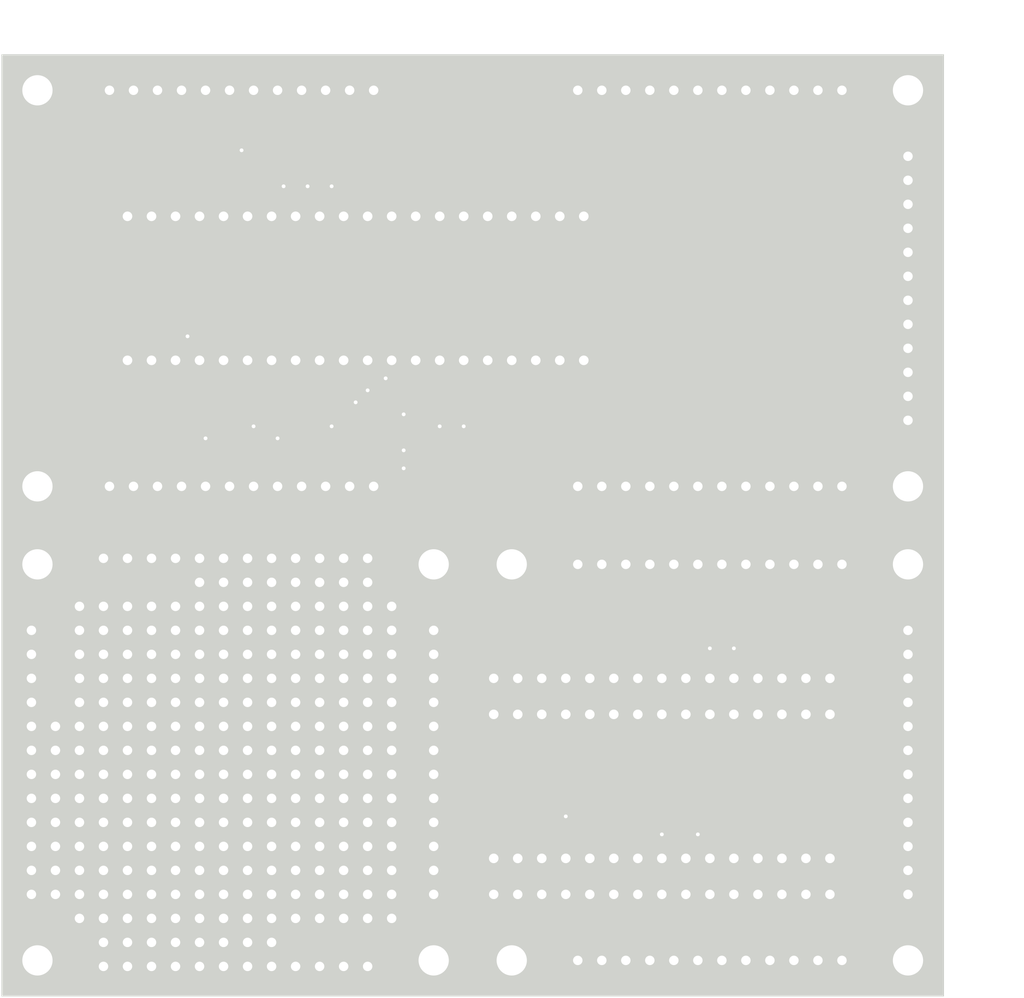
<source format=kicad_pcb>
(kicad_pcb (version 4) (host pcbnew 4.0.7+dfsg1-1~bpo9+1)
  (layers (0 F.Cu signal) (31 B.Cu signal) (34 B.Paste user) (35 F.Paste user) (36 B.SilkS user) (37 F.SilkS user) (38 B.Mask user) (39 F.Mask user) (44 Edge.Cuts user))
  (net 0 "")
  (net 1 /A5)
  (net 2 /A4)
  (net 3 /A3)
  (net 4 /A2)
  (net 5 /A1)
  (net 6 /A0)
  (net 7 /VCC)
  (net 8 /VIN)
  (net 9 /GND)
  (net 10 /A6)
  (net 11 /A7)
  (net 12 /B7)
  (net 13 /B6)
  (net 14 /A9)
  (net 15 /A10)
  (net 16 /B0)
  (net 17 /B1)
  (net 18 /B8)
  (net 19 /B9)
  (net 20 /B10)
  (net 21 /B11)
  (net 22 /B12)
  (net 23 /A8)
  (net 24 /A11)
  (net 25 /A12)
  (net 26 /A15)
  (net 27 /C15)
  (net 28 /C14)
  (net 29 /C13)
  (net 30 /B13)
  (net 31 /B14)
  (net 32 /B15)
  (net 33 /B3)
  (net 34 /B4)
  (net 35 /B5)
  (net 36 /5V)
  (net 37 /RESET)
  (net 38 /VBAT)
  (net 39 Earth)
  (net 40 /L0)
  (net 41 /L1)
  (net 42 /L2)
  (net 43 /L3)
  (net 44 /L4)
  (net 45 /L5)
  (net 46 /L6)
  (net 47 /L7)
  (net 48 "Net-(H4-Pad1)")
  (net 49 "Net-(H4-Pad2)")
  (net 50 "Net-(H4-Pad3)")
  (net 51 "Net-(H4-Pad4)")
  (net 52 "Net-(H4-Pad5)")
  (net 53 "Net-(H4-Pad6)")
  (net 54 "Net-(H4-Pad7)")
  (net 55 "Net-(H4-Pad8)")
  (net 56 "Net-(I2-Pad5)")
  (net 57 "Net-(I2-Pad6)")
  (net 58 "Net-(I2-Pad7)")
  (net 59 "Net-(I2-Pad8)")
  (net 60 "Net-(I2-Pad9)")
  (net 61 "Net-(I2-Pad10)")
  (net 62 "Net-(I2-Pad11)")
  (net 63 "Net-(I2-Pad12)")
  (net 64 "Net-(J12-Pad1)")
  (net 65 "Net-(J12-Pad2)")
  (net 66 "Net-(J12-Pad3)")
  (net 67 "Net-(J12-Pad4)")
  (net 68 "Net-(J12-Pad5)")
  (net 69 "Net-(J12-Pad6)")
  (net 70 "Net-(J12-Pad7)")
  (net 71 "Net-(J12-Pad8)")
  (net 72 /D13)
  (net 73 /D12)
  (net 74 /D11)
  (net 75 /D10)
  (net 76 /D1)
  (net 77 /D0)
  (net 78 /D2)
  (net 79 /D3)
  (net 80 /D4)
  (net 81 /D5)
  (net 82 /D6)
  (net 83 /D7)
  (net 84 /D8)
  (net 85 /D9)
  (net 86 /AREF)
  (net 87 /3V3)
  (net 88 /Reset1)
  (net 89 /Reset2)
  (module ePlayPretty:bluePill (layer F.Cu) (at 69.215 55.88 90)
    (fp_text reference U1)
    (fp_text value BluePill)
    (fp_text user USB (at 0 0.635 90) (layer F.SilkS) (effects (font (size 0.5 0.5) (thickness 0.075))))
    (pad 20 thru_hole circle (at 7.62 2.54 90) (size 1.7272 1.7272) (drill 1.016) (layers *.Cu *.Mask) (net 9 /GND))
    (pad 19 thru_hole circle (at 7.62 5.08 90) (size 1.7272 1.7272) (drill 1.016) (layers *.Cu *.Mask) (net 9 /GND))
    (pad 18 thru_hole circle (at 7.62 7.62 90) (size 1.7272 1.7272) (drill 1.016) (layers *.Cu *.Mask) (net 7 /VCC))
    (pad 17 thru_hole circle (at 7.62 10.16 90) (size 1.7272 1.7272) (drill 1.016) (layers *.Cu *.Mask) (net 37 /RESET))
    (pad 16 thru_hole circle (at 7.62 12.7 90) (size 1.7272 1.7272) (drill 1.016) (layers *.Cu *.Mask) (net 21 /B11))
    (pad 15 thru_hole circle (at 7.62 15.24 90) (size 1.7272 1.7272) (drill 1.016) (layers *.Cu *.Mask) (net 20 /B10))
    (pad 14 thru_hole circle (at 7.62 17.78 90) (size 1.7272 1.7272) (drill 1.016) (layers *.Cu *.Mask) (net 17 /B1))
    (pad 13 thru_hole circle (at 7.62 20.32 90) (size 1.7272 1.7272) (drill 1.016) (layers *.Cu *.Mask) (net 16 /B0))
    (pad 12 thru_hole circle (at 7.62 22.86 90) (size 1.7272 1.7272) (drill 1.016) (layers *.Cu *.Mask) (net 11 /A7))
    (pad 11 thru_hole circle (at 7.62 25.4 90) (size 1.7272 1.7272) (drill 1.016) (layers *.Cu *.Mask) (net 10 /A6))
    (pad 10 thru_hole circle (at 7.62 27.94 90) (size 1.7272 1.7272) (drill 1.016) (layers *.Cu *.Mask) (net 1 /A5))
    (pad 9 thru_hole circle (at 7.62 30.48 90) (size 1.7272 1.7272) (drill 1.016) (layers *.Cu *.Mask) (net 2 /A4))
    (pad 8 thru_hole circle (at 7.62 33.02 90) (size 1.7272 1.7272) (drill 1.016) (layers *.Cu *.Mask) (net 3 /A3))
    (pad 7 thru_hole circle (at 7.62 35.56 90) (size 1.7272 1.7272) (drill 1.016) (layers *.Cu *.Mask) (net 4 /A2))
    (pad 6 thru_hole circle (at 7.62 38.1 90) (size 1.7272 1.7272) (drill 1.016) (layers *.Cu *.Mask) (net 5 /A1))
    (pad 5 thru_hole circle (at 7.62 40.64 90) (size 1.7272 1.7272) (drill 1.016) (layers *.Cu *.Mask) (net 6 /A0))
    (pad 4 thru_hole circle (at 7.62 43.18 90) (size 1.7272 1.7272) (drill 1.016) (layers *.Cu *.Mask) (net 27 /C15))
    (pad 3 thru_hole circle (at 7.62 45.72 90) (size 1.7272 1.7272) (drill 1.016) (layers *.Cu *.Mask) (net 28 /C14))
    (pad 2 thru_hole circle (at 7.62 48.26 90) (size 1.7272 1.7272) (drill 1.016) (layers *.Cu *.Mask) (net 29 /C13))
    (pad 1 thru_hole circle (at 7.62 50.8 90) (size 1.7272 1.7272) (drill 1.016) (layers *.Cu *.Mask) (net 38 /VBAT))
    (pad 21 thru_hole circle (at -7.62 2.54 90) (size 1.7272 1.7272) (drill 1.016) (layers *.Cu *.Mask) (net 22 /B12))
    (pad 22 thru_hole circle (at -7.62 5.08 90) (size 1.7272 1.7272) (drill 1.016) (layers *.Cu *.Mask) (net 30 /B13))
    (pad 23 thru_hole circle (at -7.62 7.62 90) (size 1.7272 1.7272) (drill 1.016) (layers *.Cu *.Mask) (net 31 /B14))
    (pad 24 thru_hole circle (at -7.62 10.16 90) (size 1.7272 1.7272) (drill 1.016) (layers *.Cu *.Mask) (net 32 /B15))
    (pad 25 thru_hole circle (at -7.62 12.7 90) (size 1.7272 1.7272) (drill 1.016) (layers *.Cu *.Mask) (net 23 /A8))
    (pad 26 thru_hole circle (at -7.62 15.24 90) (size 1.7272 1.7272) (drill 1.016) (layers *.Cu *.Mask) (net 14 /A9))
    (pad 27 thru_hole circle (at -7.62 17.78 90) (size 1.7272 1.7272) (drill 1.016) (layers *.Cu *.Mask) (net 15 /A10))
    (pad 28 thru_hole circle (at -7.62 20.32 90) (size 1.7272 1.7272) (drill 1.016) (layers *.Cu *.Mask) (net 24 /A11))
    (pad 29 thru_hole circle (at -7.62 22.86 90) (size 1.7272 1.7272) (drill 1.016) (layers *.Cu *.Mask) (net 25 /A12))
    (pad 30 thru_hole circle (at -7.62 25.4 90) (size 1.7272 1.7272) (drill 1.016) (layers *.Cu *.Mask) (net 26 /A15))
    (pad 31 thru_hole circle (at -7.62 27.94 90) (size 1.7272 1.7272) (drill 1.016) (layers *.Cu *.Mask) (net 33 /B3))
    (pad 32 thru_hole circle (at -7.62 30.48 90) (size 1.7272 1.7272) (drill 1.016) (layers *.Cu *.Mask) (net 34 /B4))
    (pad 33 thru_hole circle (at -7.62 33.02 90) (size 1.7272 1.7272) (drill 1.016) (layers *.Cu *.Mask) (net 35 /B5))
    (pad 34 thru_hole circle (at -7.62 35.56 90) (size 1.7272 1.7272) (drill 1.016) (layers *.Cu *.Mask) (net 13 /B6))
    (pad 35 thru_hole circle (at -7.62 38.1 90) (size 1.7272 1.7272) (drill 1.016) (layers *.Cu *.Mask) (net 12 /B7))
    (pad 36 thru_hole circle (at -7.62 40.64 90) (size 1.7272 1.7272) (drill 1.016) (layers *.Cu *.Mask) (net 18 /B8))
    (pad 37 thru_hole circle (at -7.62 43.18 90) (size 1.7272 1.7272) (drill 1.016) (layers *.Cu *.Mask) (net 19 /B9))
    (pad 38 thru_hole circle (at -7.62 45.72 90) (size 1.7272 1.7272) (drill 1.016) (layers *.Cu *.Mask) (net 36 /5V))
    (pad 39 thru_hole circle (at -7.62 48.26 90) (size 1.7272 1.7272) (drill 1.016) (layers *.Cu *.Mask) (net 9 /GND))
    (pad 40 thru_hole circle (at -7.62 50.8 90) (size 1.7272 1.7272) (drill 1.016) (layers *.Cu *.Mask) (net 7 /VCC))
  )
  (module Socket_Strips:Socket_Strip_Straight_1x12_Pitch2.54mm (layer F.Cu) (at 147.32 76.835 270)
    (fp_text reference O1)
    (fp_text value SerialOutput hide)
    (pad 1 thru_hole rect (at 0 0 270) (size 1.7 1.7) (drill 1) (layers *.Cu *.Mask) (net 8 /VIN))
    (pad 2 thru_hole oval (at 0 2.54 270) (size 1.7 1.7) (drill 1) (layers *.Cu *.Mask) (net 7 /VCC))
    (pad 3 thru_hole oval (at 0 5.08 270) (size 1.7 1.7) (drill 1) (layers *.Cu *.Mask) (net 9 /GND))
    (pad 4 thru_hole oval (at 0 7.62 270) (size 1.7 1.7) (drill 1) (layers *.Cu *.Mask))
    (pad 5 thru_hole oval (at 0 10.16 270) (size 1.7 1.7) (drill 1) (layers *.Cu *.Mask) (net 1 /A5))
    (pad 6 thru_hole oval (at 0 12.7 270) (size 1.7 1.7) (drill 1) (layers *.Cu *.Mask) (net 10 /A6))
    (pad 7 thru_hole oval (at 0 15.24 270) (size 1.7 1.7) (drill 1) (layers *.Cu *.Mask) (net 11 /A7))
    (pad 8 thru_hole oval (at 0 17.78 270) (size 1.7 1.7) (drill 1) (layers *.Cu *.Mask) (net 2 /A4))
    (pad 9 thru_hole oval (at 0 20.32 270) (size 1.7 1.7) (drill 1) (layers *.Cu *.Mask) (net 12 /B7))
    (pad 10 thru_hole oval (at 0 22.86 270) (size 1.7 1.7) (drill 1) (layers *.Cu *.Mask) (net 13 /B6))
    (pad 11 thru_hole oval (at 0 25.4 270) (size 1.7 1.7) (drill 1) (layers *.Cu *.Mask) (net 14 /A9))
    (pad 12 thru_hole oval (at 0 27.94 270) (size 1.7 1.7) (drill 1) (layers *.Cu *.Mask) (net 15 /A10))
  )
  (module Socket_Strips:Socket_Strip_Straight_1x12_Pitch2.54mm (layer F.Cu) (at 154.305 41.91)
    (fp_text reference O2)
    (fp_text value Output)
    (pad 1 thru_hole rect (at 0 0) (size 1.7 1.7) (drill 1) (layers *.Cu *.Mask) (net 8 /VIN))
    (pad 2 thru_hole oval (at 0 2.54) (size 1.7 1.7) (drill 1) (layers *.Cu *.Mask) (net 7 /VCC))
    (pad 3 thru_hole oval (at 0 5.08) (size 1.7 1.7) (drill 1) (layers *.Cu *.Mask) (net 9 /GND))
    (pad 4 thru_hole oval (at 0 7.62) (size 1.7 1.7) (drill 1) (layers *.Cu *.Mask))
    (pad 5 thru_hole oval (at 0 10.16) (size 1.7 1.7) (drill 1) (layers *.Cu *.Mask) (net 29 /C13))
    (pad 6 thru_hole oval (at 0 12.7) (size 1.7 1.7) (drill 1) (layers *.Cu *.Mask) (net 28 /C14))
    (pad 7 thru_hole oval (at 0 15.24) (size 1.7 1.7) (drill 1) (layers *.Cu *.Mask) (net 27 /C15))
    (pad 8 thru_hole oval (at 0 17.78) (size 1.7 1.7) (drill 1) (layers *.Cu *.Mask) (net 16 /B0))
    (pad 9 thru_hole oval (at 0 20.32) (size 1.7 1.7) (drill 1) (layers *.Cu *.Mask) (net 17 /B1))
    (pad 10 thru_hole oval (at 0 22.86) (size 1.7 1.7) (drill 1) (layers *.Cu *.Mask) (net 33 /B3))
    (pad 11 thru_hole oval (at 0 25.4) (size 1.7 1.7) (drill 1) (layers *.Cu *.Mask) (net 34 /B4))
    (pad 12 thru_hole oval (at 0 27.94) (size 1.7 1.7) (drill 1) (layers *.Cu *.Mask) (net 35 /B5))
  )
  (module Socket_Strips:Socket_Strip_Straight_1x12_Pitch2.54mm (layer F.Cu) (at 119.38 34.925 90)
    (fp_text reference O3)
    (fp_text value Output)
    (pad 1 thru_hole rect (at 0 0 90) (size 1.7 1.7) (drill 1) (layers *.Cu *.Mask) (net 8 /VIN))
    (pad 2 thru_hole oval (at 0 2.54 90) (size 1.7 1.7) (drill 1) (layers *.Cu *.Mask) (net 7 /VCC))
    (pad 3 thru_hole oval (at 0 5.08 90) (size 1.7 1.7) (drill 1) (layers *.Cu *.Mask) (net 9 /GND))
    (pad 4 thru_hole oval (at 0 7.62 90) (size 1.7 1.7) (drill 1) (layers *.Cu *.Mask))
    (pad 5 thru_hole oval (at 0 10.16 90) (size 1.7 1.7) (drill 1) (layers *.Cu *.Mask) (net 11 /A7))
    (pad 6 thru_hole oval (at 0 12.7 90) (size 1.7 1.7) (drill 1) (layers *.Cu *.Mask) (net 10 /A6))
    (pad 7 thru_hole oval (at 0 15.24 90) (size 1.7 1.7) (drill 1) (layers *.Cu *.Mask) (net 1 /A5))
    (pad 8 thru_hole oval (at 0 17.78 90) (size 1.7 1.7) (drill 1) (layers *.Cu *.Mask) (net 2 /A4))
    (pad 9 thru_hole oval (at 0 20.32 90) (size 1.7 1.7) (drill 1) (layers *.Cu *.Mask) (net 3 /A3))
    (pad 10 thru_hole oval (at 0 22.86 90) (size 1.7 1.7) (drill 1) (layers *.Cu *.Mask) (net 4 /A2))
    (pad 11 thru_hole oval (at 0 25.4 90) (size 1.7 1.7) (drill 1) (layers *.Cu *.Mask) (net 5 /A1))
    (pad 12 thru_hole oval (at 0 27.94 90) (size 1.7 1.7) (drill 1) (layers *.Cu *.Mask) (net 6 /A0))
  )
  (module Mounting_Holes:MountingHole_3.2mm_M3 (layer F.Cu) (at 154.305 34.925)
    (fp_text reference X)
    (fp_text value M3)
    (pad 1 np_thru_hole circle (at 0 0) (size 3.2 3.2) (drill 3.2) (layers *.Cu *.Mask))
  )
  (module Mounting_Holes:MountingHole_3.2mm_M3 (layer F.Cu) (at 154.305 76.835)
    (fp_text reference "")
    (fp_text value M3)
    (pad 1 np_thru_hole circle (at 0 0) (size 3.2 3.2) (drill 3.2) (layers *.Cu *.Mask))
  )
  (module Mounting_Holes:MountingHole_3.2mm_M3 (layer F.Cu) (at 62.23 76.835)
    (fp_text reference "")
    (fp_text value M3)
    (pad 1 np_thru_hole circle (at 0 0) (size 3.2 3.2) (drill 3.2) (layers *.Cu *.Mask))
  )
  (module Mounting_Holes:MountingHole_3.2mm_M3 (layer F.Cu) (at 62.23 34.925)
    (fp_text reference X)
    (fp_text value M3)
    (pad 1 np_thru_hole circle (at 0 0) (size 3.2 3.2) (drill 3.2) (layers *.Cu *.Mask))
  )
  (module Socket_Strips:Socket_Strip_Straight_1x12_Pitch2.54mm (layer F.Cu) (at 69.85 34.925 90)
    (fp_text reference O4)
    (fp_text value Output)
    (pad 1 thru_hole rect (at 0 0 90) (size 1.7 1.7) (drill 1) (layers *.Cu *.Mask) (net 8 /VIN))
    (pad 2 thru_hole oval (at 0 2.54 90) (size 1.7 1.7) (drill 1) (layers *.Cu *.Mask) (net 7 /VCC))
    (pad 3 thru_hole oval (at 0 5.08 90) (size 1.7 1.7) (drill 1) (layers *.Cu *.Mask) (net 9 /GND))
    (pad 4 thru_hole oval (at 0 7.62 90) (size 1.7 1.7) (drill 1) (layers *.Cu *.Mask))
    (pad 5 thru_hole oval (at 0 10.16 90) (size 1.7 1.7) (drill 1) (layers *.Cu *.Mask) (net 22 /B12))
    (pad 6 thru_hole oval (at 0 12.7 90) (size 1.7 1.7) (drill 1) (layers *.Cu *.Mask) (net 30 /B13))
    (pad 7 thru_hole oval (at 0 15.24 90) (size 1.7 1.7) (drill 1) (layers *.Cu *.Mask) (net 24 /A11))
    (pad 8 thru_hole oval (at 0 17.78 90) (size 1.7 1.7) (drill 1) (layers *.Cu *.Mask) (net 25 /A12))
    (pad 9 thru_hole oval (at 0 20.32 90) (size 1.7 1.7) (drill 1) (layers *.Cu *.Mask) (net 26 /A15))
    (pad 10 thru_hole oval (at 0 22.86 90) (size 1.7 1.7) (drill 1) (layers *.Cu *.Mask) (net 23 /A8))
    (pad 11 thru_hole oval (at 0 25.4 90) (size 1.7 1.7) (drill 1) (layers *.Cu *.Mask) (net 18 /B8))
    (pad 12 thru_hole oval (at 0 27.94 90) (size 1.7 1.7) (drill 1) (layers *.Cu *.Mask) (net 19 /B9))
  )
  (module Socket_Strips:Socket_Strip_Straight_1x12_Pitch2.54mm (layer F.Cu) (at 97.79 76.835 270)
    (fp_text reference O5)
    (fp_text value SerialOutput hide)
    (pad 1 thru_hole rect (at 0 0 270) (size 1.7 1.7) (drill 1) (layers *.Cu *.Mask) (net 8 /VIN))
    (pad 2 thru_hole oval (at 0 2.54 270) (size 1.7 1.7) (drill 1) (layers *.Cu *.Mask) (net 7 /VCC))
    (pad 3 thru_hole oval (at 0 5.08 270) (size 1.7 1.7) (drill 1) (layers *.Cu *.Mask) (net 9 /GND))
    (pad 4 thru_hole oval (at 0 7.62 270) (size 1.7 1.7) (drill 1) (layers *.Cu *.Mask))
    (pad 5 thru_hole oval (at 0 10.16 270) (size 1.7 1.7) (drill 1) (layers *.Cu *.Mask) (net 30 /B13))
    (pad 6 thru_hole oval (at 0 12.7 270) (size 1.7 1.7) (drill 1) (layers *.Cu *.Mask) (net 31 /B14))
    (pad 7 thru_hole oval (at 0 15.24 270) (size 1.7 1.7) (drill 1) (layers *.Cu *.Mask) (net 32 /B15))
    (pad 8 thru_hole oval (at 0 17.78 270) (size 1.7 1.7) (drill 1) (layers *.Cu *.Mask) (net 22 /B12))
    (pad 9 thru_hole oval (at 0 20.32 270) (size 1.7 1.7) (drill 1) (layers *.Cu *.Mask) (net 21 /B11))
    (pad 10 thru_hole oval (at 0 22.86 270) (size 1.7 1.7) (drill 1) (layers *.Cu *.Mask) (net 20 /B10))
    (pad 11 thru_hole oval (at 0 25.4 270) (size 1.7 1.7) (drill 1) (layers *.Cu *.Mask) (net 4 /A2))
    (pad 12 thru_hole oval (at 0 27.94 270) (size 1.7 1.7) (drill 1) (layers *.Cu *.Mask) (net 3 /A3))
  )
  (module Connectors:GS2 (layer B.Cu) (at 102.235 106.68)
    (fp_text reference J3 hide)
    (fp_text value GS2 hide)
    (pad 1 smd rect (at 0 0.64) (size 1.27 0.97) (layers B.Cu B.Paste B.Mask) (net 50 "Net-(H4-Pad3)"))
    (pad 2 smd rect (at 0 -0.64) (size 1.27 0.97) (layers B.Cu B.Paste B.Mask) (net 42 /L2))
  )
  (module Socket_Strips:Socket_Strip_Straight_1x12_Pitch2.54mm (layer F.Cu) (at 104.14 92.075)
    (fp_text reference O2 hide)
    (fp_text value Output hide)
    (pad 1 thru_hole rect (at 0 0) (size 1.7 1.7) (drill 1) (layers *.Cu *.Mask) (net 8 /VIN))
    (pad 2 thru_hole oval (at 0 2.54) (size 1.7 1.7) (drill 1) (layers *.Cu *.Mask) (net 7 /VCC))
    (pad 3 thru_hole oval (at 0 5.08) (size 1.7 1.7) (drill 1) (layers *.Cu *.Mask) (net 39 Earth))
    (pad 4 thru_hole oval (at 0 7.62) (size 1.7 1.7) (drill 1) (layers *.Cu *.Mask))
    (pad 5 thru_hole oval (at 0 10.16) (size 1.7 1.7) (drill 1) (layers *.Cu *.Mask) (net 48 "Net-(H4-Pad1)"))
    (pad 6 thru_hole oval (at 0 12.7) (size 1.7 1.7) (drill 1) (layers *.Cu *.Mask) (net 49 "Net-(H4-Pad2)"))
    (pad 7 thru_hole oval (at 0 15.24) (size 1.7 1.7) (drill 1) (layers *.Cu *.Mask) (net 50 "Net-(H4-Pad3)"))
    (pad 8 thru_hole oval (at 0 17.78) (size 1.7 1.7) (drill 1) (layers *.Cu *.Mask) (net 51 "Net-(H4-Pad4)"))
    (pad 9 thru_hole oval (at 0 20.32) (size 1.7 1.7) (drill 1) (layers *.Cu *.Mask) (net 52 "Net-(H4-Pad5)"))
    (pad 10 thru_hole oval (at 0 22.86) (size 1.7 1.7) (drill 1) (layers *.Cu *.Mask) (net 53 "Net-(H4-Pad6)"))
    (pad 11 thru_hole oval (at 0 25.4) (size 1.7 1.7) (drill 1) (layers *.Cu *.Mask) (net 54 "Net-(H4-Pad7)"))
    (pad 12 thru_hole oval (at 0 27.94) (size 1.7 1.7) (drill 1) (layers *.Cu *.Mask) (net 55 "Net-(H4-Pad8)"))
  )
  (module Pin_Headers:Pin_Header_Straight_1x08_Pitch2.54mm (layer B.Cu) (at 64.135 102.235 180)
    (fp_text reference H1 hide)
    (fp_text value Headers8L hide)
    (pad 1 thru_hole rect (at 0 0 180) (size 1.7 1.7) (drill 1) (layers *.Cu *.Mask) (net 40 /L0))
    (pad 2 thru_hole oval (at 0 -2.54 180) (size 1.7 1.7) (drill 1) (layers *.Cu *.Mask) (net 41 /L1))
    (pad 3 thru_hole oval (at 0 -5.08 180) (size 1.7 1.7) (drill 1) (layers *.Cu *.Mask) (net 42 /L2))
    (pad 4 thru_hole oval (at 0 -7.62 180) (size 1.7 1.7) (drill 1) (layers *.Cu *.Mask) (net 43 /L3))
    (pad 5 thru_hole oval (at 0 -10.16 180) (size 1.7 1.7) (drill 1) (layers *.Cu *.Mask) (net 44 /L4))
    (pad 6 thru_hole oval (at 0 -12.7 180) (size 1.7 1.7) (drill 1) (layers *.Cu *.Mask) (net 45 /L5))
    (pad 7 thru_hole oval (at 0 -15.24 180) (size 1.7 1.7) (drill 1) (layers *.Cu *.Mask) (net 46 /L6))
    (pad 8 thru_hole oval (at 0 -17.78 180) (size 1.7 1.7) (drill 1) (layers *.Cu *.Mask) (net 47 /L7))
  )
  (module Pin_Headers:Pin_Header_Straight_1x08_Pitch2.54mm (layer B.Cu) (at 66.675 102.235 180)
    (fp_text reference REF** hide)
    (fp_text value Pin_Header_Straight_1x08_Pitch2.54mm hide)
    (pad 1 thru_hole rect (at 0 0 180) (size 1.7 1.7) (drill 1) (layers *.Cu *.Mask))
    (pad 2 thru_hole oval (at 0 -2.54 180) (size 1.7 1.7) (drill 1) (layers *.Cu *.Mask))
    (pad 3 thru_hole oval (at 0 -5.08 180) (size 1.7 1.7) (drill 1) (layers *.Cu *.Mask))
    (pad 4 thru_hole oval (at 0 -7.62 180) (size 1.7 1.7) (drill 1) (layers *.Cu *.Mask))
    (pad 5 thru_hole oval (at 0 -10.16 180) (size 1.7 1.7) (drill 1) (layers *.Cu *.Mask))
    (pad 6 thru_hole oval (at 0 -12.7 180) (size 1.7 1.7) (drill 1) (layers *.Cu *.Mask))
    (pad 7 thru_hole oval (at 0 -15.24 180) (size 1.7 1.7) (drill 1) (layers *.Cu *.Mask))
    (pad 8 thru_hole oval (at 0 -17.78 180) (size 1.7 1.7) (drill 1) (layers *.Cu *.Mask))
  )
  (module Pin_Headers:Pin_Header_Straight_1x14_Pitch2.54mm (layer B.Cu) (at 66.675 97.155 270)
    (fp_text reference REF** hide)
    (fp_text value Pin_Header_Straight_1x08_Pitch2.54mm hide)
    (pad 1 thru_hole rect (at 0 0 270) (size 1.7 1.7) (drill 1) (layers *.Cu *.Mask))
    (pad 2 thru_hole oval (at 0 -2.54 270) (size 1.7 1.7) (drill 1) (layers *.Cu *.Mask))
    (pad 3 thru_hole oval (at 0 -5.08 270) (size 1.7 1.7) (drill 1) (layers *.Cu *.Mask))
    (pad 4 thru_hole oval (at 0 -7.62 270) (size 1.7 1.7) (drill 1) (layers *.Cu *.Mask))
    (pad 5 thru_hole oval (at 0 -10.16 270) (size 1.7 1.7) (drill 1) (layers *.Cu *.Mask))
    (pad 6 thru_hole oval (at 0 -12.7 270) (size 1.7 1.7) (drill 1) (layers *.Cu *.Mask))
    (pad 7 thru_hole oval (at 0 -15.24 270) (size 1.7 1.7) (drill 1) (layers *.Cu *.Mask))
    (pad 8 thru_hole oval (at 0 -17.78 270) (size 1.7 1.7) (drill 1) (layers *.Cu *.Mask))
    (pad 9 thru_hole oval (at 0 -20.32 270) (size 1.7 1.7) (drill 1) (layers *.Cu *.Mask))
    (pad 10 thru_hole oval (at 0 -22.86 270) (size 1.7 1.7) (drill 1) (layers *.Cu *.Mask))
    (pad 11 thru_hole oval (at 0 -25.4 270) (size 1.7 1.7) (drill 1) (layers *.Cu *.Mask))
    (pad 12 thru_hole oval (at 0 -27.94 270) (size 1.7 1.7) (drill 1) (layers *.Cu *.Mask))
    (pad 13 thru_hole oval (at 0 -30.48 270) (size 1.7 1.7) (drill 1) (layers *.Cu *.Mask))
    (pad 14 thru_hole oval (at 0 -33.02 270) (size 1.7 1.7) (drill 1) (layers *.Cu *.Mask))
  )
  (module Pin_Headers:Pin_Header_Straight_1x14_Pitch2.54mm (layer B.Cu) (at 66.675 99.695 270)
    (fp_text reference REF** hide)
    (fp_text value Pin_Header_Straight_1x08_Pitch2.54mm hide)
    (pad 1 thru_hole rect (at 0 0 270) (size 1.7 1.7) (drill 1) (layers *.Cu *.Mask))
    (pad 2 thru_hole oval (at 0 -2.54 270) (size 1.7 1.7) (drill 1) (layers *.Cu *.Mask))
    (pad 3 thru_hole oval (at 0 -5.08 270) (size 1.7 1.7) (drill 1) (layers *.Cu *.Mask))
    (pad 4 thru_hole oval (at 0 -7.62 270) (size 1.7 1.7) (drill 1) (layers *.Cu *.Mask))
    (pad 5 thru_hole oval (at 0 -10.16 270) (size 1.7 1.7) (drill 1) (layers *.Cu *.Mask))
    (pad 6 thru_hole oval (at 0 -12.7 270) (size 1.7 1.7) (drill 1) (layers *.Cu *.Mask))
    (pad 7 thru_hole oval (at 0 -15.24 270) (size 1.7 1.7) (drill 1) (layers *.Cu *.Mask))
    (pad 8 thru_hole oval (at 0 -17.78 270) (size 1.7 1.7) (drill 1) (layers *.Cu *.Mask))
    (pad 9 thru_hole oval (at 0 -20.32 270) (size 1.7 1.7) (drill 1) (layers *.Cu *.Mask))
    (pad 10 thru_hole oval (at 0 -22.86 270) (size 1.7 1.7) (drill 1) (layers *.Cu *.Mask))
    (pad 11 thru_hole oval (at 0 -25.4 270) (size 1.7 1.7) (drill 1) (layers *.Cu *.Mask))
    (pad 12 thru_hole oval (at 0 -27.94 270) (size 1.7 1.7) (drill 1) (layers *.Cu *.Mask))
    (pad 13 thru_hole oval (at 0 -30.48 270) (size 1.7 1.7) (drill 1) (layers *.Cu *.Mask))
    (pad 14 thru_hole oval (at 0 -33.02 270) (size 1.7 1.7) (drill 1) (layers *.Cu *.Mask))
  )
  (module Pin_Headers:Pin_Header_Straight_1x14_Pitch2.54mm (layer B.Cu) (at 66.675 89.535 270)
    (fp_text reference J11 hide)
    (fp_text value Conn_01x14 hide)
    (pad 1 thru_hole rect (at 0 0 270) (size 1.7 1.7) (drill 1) (layers *.Cu *.Mask) (net 8 /VIN))
    (pad 2 thru_hole oval (at 0 -2.54 270) (size 1.7 1.7) (drill 1) (layers *.Cu *.Mask) (net 8 /VIN))
    (pad 3 thru_hole oval (at 0 -5.08 270) (size 1.7 1.7) (drill 1) (layers *.Cu *.Mask) (net 8 /VIN))
    (pad 4 thru_hole oval (at 0 -7.62 270) (size 1.7 1.7) (drill 1) (layers *.Cu *.Mask) (net 8 /VIN))
    (pad 5 thru_hole oval (at 0 -10.16 270) (size 1.7 1.7) (drill 1) (layers *.Cu *.Mask) (net 8 /VIN))
    (pad 6 thru_hole oval (at 0 -12.7 270) (size 1.7 1.7) (drill 1) (layers *.Cu *.Mask) (net 8 /VIN))
    (pad 7 thru_hole oval (at 0 -15.24 270) (size 1.7 1.7) (drill 1) (layers *.Cu *.Mask) (net 8 /VIN))
    (pad 8 thru_hole oval (at 0 -17.78 270) (size 1.7 1.7) (drill 1) (layers *.Cu *.Mask) (net 8 /VIN))
    (pad 9 thru_hole oval (at 0 -20.32 270) (size 1.7 1.7) (drill 1) (layers *.Cu *.Mask) (net 8 /VIN))
    (pad 10 thru_hole oval (at 0 -22.86 270) (size 1.7 1.7) (drill 1) (layers *.Cu *.Mask) (net 8 /VIN))
    (pad 11 thru_hole oval (at 0 -25.4 270) (size 1.7 1.7) (drill 1) (layers *.Cu *.Mask) (net 8 /VIN))
    (pad 12 thru_hole oval (at 0 -27.94 270) (size 1.7 1.7) (drill 1) (layers *.Cu *.Mask) (net 8 /VIN))
    (pad 13 thru_hole oval (at 0 -30.48 270) (size 1.7 1.7) (drill 1) (layers *.Cu *.Mask) (net 8 /VIN))
    (pad 14 thru_hole oval (at 0 -33.02 270) (size 1.7 1.7) (drill 1) (layers *.Cu *.Mask) (net 8 /VIN))
  )
  (module Mounting_Holes:MountingHole_3.2mm_M3 (layer F.Cu) (at 62.23 85.09)
    (fp_text reference M3)
    (fp_text value "" hide)
    (pad 1 np_thru_hole circle (at 0 0) (size 3.2 3.2) (drill 3.2) (layers *.Cu *.Mask))
  )
  (module Mounting_Holes:MountingHole_3.2mm_M3 (layer F.Cu) (at 104.14 85.09)
    (fp_text reference M3)
    (fp_text value "" hide)
    (pad 1 np_thru_hole circle (at 0 0) (size 3.2 3.2) (drill 3.2) (layers *.Cu *.Mask))
  )
  (module Mounting_Holes:MountingHole_3.2mm_M3 (layer F.Cu) (at 104.14 127)
    (fp_text reference "" hide)
    (fp_text value M3)
    (pad 1 np_thru_hole circle (at 0 0) (size 3.2 3.2) (drill 3.2) (layers *.Cu *.Mask))
  )
  (module Mounting_Holes:MountingHole_3.2mm_M3 (layer F.Cu) (at 62.23 127)
    (fp_text reference "" hide)
    (fp_text value M3)
    (pad 1 np_thru_hole circle (at 0 0) (size 3.2 3.2) (drill 3.2) (layers *.Cu *.Mask))
  )
  (module Pin_Headers:Pin_Header_Straight_1x12_Pitch2.54mm (layer F.Cu) (at 61.595 92.075)
    (fp_text reference I1 hide)
    (fp_text value Input hide)
    (pad 1 thru_hole rect (at 0 0) (size 1.7 1.7) (drill 1) (layers *.Cu *.Mask) (net 8 /VIN))
    (pad 2 thru_hole oval (at 0 2.54) (size 1.7 1.7) (drill 1) (layers *.Cu *.Mask) (net 7 /VCC))
    (pad 3 thru_hole oval (at 0 5.08) (size 1.7 1.7) (drill 1) (layers *.Cu *.Mask) (net 39 Earth))
    (pad 4 thru_hole oval (at 0 7.62) (size 1.7 1.7) (drill 1) (layers *.Cu *.Mask))
    (pad 5 thru_hole oval (at 0 10.16) (size 1.7 1.7) (drill 1) (layers *.Cu *.Mask) (net 40 /L0))
    (pad 6 thru_hole oval (at 0 12.7) (size 1.7 1.7) (drill 1) (layers *.Cu *.Mask) (net 41 /L1))
    (pad 7 thru_hole oval (at 0 15.24) (size 1.7 1.7) (drill 1) (layers *.Cu *.Mask) (net 42 /L2))
    (pad 8 thru_hole oval (at 0 17.78) (size 1.7 1.7) (drill 1) (layers *.Cu *.Mask) (net 43 /L3))
    (pad 9 thru_hole oval (at 0 20.32) (size 1.7 1.7) (drill 1) (layers *.Cu *.Mask) (net 44 /L4))
    (pad 10 thru_hole oval (at 0 22.86) (size 1.7 1.7) (drill 1) (layers *.Cu *.Mask) (net 45 /L5))
    (pad 11 thru_hole oval (at 0 25.4) (size 1.7 1.7) (drill 1) (layers *.Cu *.Mask) (net 46 /L6))
    (pad 12 thru_hole oval (at 0 27.94) (size 1.7 1.7) (drill 1) (layers *.Cu *.Mask) (net 47 /L7))
  )
  (module Pin_Headers:Pin_Header_Straight_1x12_Pitch2.54mm (layer F.Cu) (at 69.215 84.455 90)
    (fp_text reference I2 hide)
    (fp_text value Input)
    (pad 1 thru_hole rect (at 0 0 90) (size 1.7 1.7) (drill 1) (layers *.Cu *.Mask) (net 8 /VIN))
    (pad 2 thru_hole oval (at 0 2.54 90) (size 1.7 1.7) (drill 1) (layers *.Cu *.Mask) (net 7 /VCC))
    (pad 3 thru_hole oval (at 0 5.08 90) (size 1.7 1.7) (drill 1) (layers *.Cu *.Mask) (net 39 Earth))
    (pad 4 thru_hole oval (at 0 7.62 90) (size 1.7 1.7) (drill 1) (layers *.Cu *.Mask))
    (pad 5 thru_hole oval (at 0 10.16 90) (size 1.7 1.7) (drill 1) (layers *.Cu *.Mask) (net 56 "Net-(I2-Pad5)"))
    (pad 6 thru_hole oval (at 0 12.7 90) (size 1.7 1.7) (drill 1) (layers *.Cu *.Mask) (net 57 "Net-(I2-Pad6)"))
    (pad 7 thru_hole oval (at 0 15.24 90) (size 1.7 1.7) (drill 1) (layers *.Cu *.Mask) (net 58 "Net-(I2-Pad7)"))
    (pad 8 thru_hole oval (at 0 17.78 90) (size 1.7 1.7) (drill 1) (layers *.Cu *.Mask) (net 59 "Net-(I2-Pad8)"))
    (pad 9 thru_hole oval (at 0 20.32 90) (size 1.7 1.7) (drill 1) (layers *.Cu *.Mask) (net 60 "Net-(I2-Pad9)"))
    (pad 10 thru_hole oval (at 0 22.86 90) (size 1.7 1.7) (drill 1) (layers *.Cu *.Mask) (net 61 "Net-(I2-Pad10)"))
    (pad 11 thru_hole oval (at 0 25.4 90) (size 1.7 1.7) (drill 1) (layers *.Cu *.Mask) (net 62 "Net-(I2-Pad11)"))
    (pad 12 thru_hole oval (at 0 27.94 90) (size 1.7 1.7) (drill 1) (layers *.Cu *.Mask) (net 63 "Net-(I2-Pad12)"))
  )
  (module Socket_Strips:Socket_Strip_Straight_1x12_Pitch2.54mm (layer F.Cu) (at 97.155 127.635 270)
    (fp_text reference O1 hide)
    (fp_text value Output hide)
    (pad 1 thru_hole rect (at 0 0 270) (size 1.7 1.7) (drill 1) (layers *.Cu *.Mask) (net 8 /VIN))
    (pad 2 thru_hole oval (at 0 2.54 270) (size 1.7 1.7) (drill 1) (layers *.Cu *.Mask) (net 7 /VCC))
    (pad 3 thru_hole oval (at 0 5.08 270) (size 1.7 1.7) (drill 1) (layers *.Cu *.Mask) (net 39 Earth))
    (pad 4 thru_hole oval (at 0 7.62 270) (size 1.7 1.7) (drill 1) (layers *.Cu *.Mask))
    (pad 5 thru_hole oval (at 0 10.16 270) (size 1.7 1.7) (drill 1) (layers *.Cu *.Mask) (net 71 "Net-(J12-Pad8)"))
    (pad 6 thru_hole oval (at 0 12.7 270) (size 1.7 1.7) (drill 1) (layers *.Cu *.Mask) (net 70 "Net-(J12-Pad7)"))
    (pad 7 thru_hole oval (at 0 15.24 270) (size 1.7 1.7) (drill 1) (layers *.Cu *.Mask) (net 69 "Net-(J12-Pad6)"))
    (pad 8 thru_hole oval (at 0 17.78 270) (size 1.7 1.7) (drill 1) (layers *.Cu *.Mask) (net 68 "Net-(J12-Pad5)"))
    (pad 9 thru_hole oval (at 0 20.32 270) (size 1.7 1.7) (drill 1) (layers *.Cu *.Mask) (net 67 "Net-(J12-Pad4)"))
    (pad 10 thru_hole oval (at 0 22.86 270) (size 1.7 1.7) (drill 1) (layers *.Cu *.Mask) (net 66 "Net-(J12-Pad3)"))
    (pad 11 thru_hole oval (at 0 25.4 270) (size 1.7 1.7) (drill 1) (layers *.Cu *.Mask) (net 65 "Net-(J12-Pad2)"))
    (pad 12 thru_hole oval (at 0 27.94 270) (size 1.7 1.7) (drill 1) (layers *.Cu *.Mask) (net 64 "Net-(J12-Pad1)"))
  )
  (module Pin_Headers:Pin_Header_Straight_1x08_Pitch2.54mm (layer B.Cu) (at 97.155 102.235 180)
    (fp_text reference REF** hide)
    (fp_text value Pin_Header_Straight_1x08_Pitch2.54mm hide)
    (pad 1 thru_hole rect (at 0 0 180) (size 1.7 1.7) (drill 1) (layers *.Cu *.Mask))
    (pad 2 thru_hole oval (at 0 -2.54 180) (size 1.7 1.7) (drill 1) (layers *.Cu *.Mask))
    (pad 3 thru_hole oval (at 0 -5.08 180) (size 1.7 1.7) (drill 1) (layers *.Cu *.Mask))
    (pad 4 thru_hole oval (at 0 -7.62 180) (size 1.7 1.7) (drill 1) (layers *.Cu *.Mask))
    (pad 5 thru_hole oval (at 0 -10.16 180) (size 1.7 1.7) (drill 1) (layers *.Cu *.Mask))
    (pad 6 thru_hole oval (at 0 -12.7 180) (size 1.7 1.7) (drill 1) (layers *.Cu *.Mask))
    (pad 7 thru_hole oval (at 0 -15.24 180) (size 1.7 1.7) (drill 1) (layers *.Cu *.Mask))
    (pad 8 thru_hole oval (at 0 -17.78 180) (size 1.7 1.7) (drill 1) (layers *.Cu *.Mask))
  )
  (module Pin_Headers:Pin_Header_Straight_1x08_Pitch2.54mm (layer B.Cu) (at 81.915 102.235 180)
    (fp_text reference REF** hide)
    (fp_text value Pin_Header_Straight_1x08_Pitch2.54mm hide)
    (pad 1 thru_hole rect (at 0 0 180) (size 1.7 1.7) (drill 1) (layers *.Cu *.Mask))
    (pad 2 thru_hole oval (at 0 -2.54 180) (size 1.7 1.7) (drill 1) (layers *.Cu *.Mask))
    (pad 3 thru_hole oval (at 0 -5.08 180) (size 1.7 1.7) (drill 1) (layers *.Cu *.Mask))
    (pad 4 thru_hole oval (at 0 -7.62 180) (size 1.7 1.7) (drill 1) (layers *.Cu *.Mask))
    (pad 5 thru_hole oval (at 0 -10.16 180) (size 1.7 1.7) (drill 1) (layers *.Cu *.Mask))
    (pad 6 thru_hole oval (at 0 -12.7 180) (size 1.7 1.7) (drill 1) (layers *.Cu *.Mask))
    (pad 7 thru_hole oval (at 0 -15.24 180) (size 1.7 1.7) (drill 1) (layers *.Cu *.Mask))
    (pad 8 thru_hole oval (at 0 -17.78 180) (size 1.7 1.7) (drill 1) (layers *.Cu *.Mask))
  )
  (module Pin_Headers:Pin_Header_Straight_1x08_Pitch2.54mm (layer B.Cu) (at 79.375 102.235 180)
    (fp_text reference REF** hide)
    (fp_text value Pin_Header_Straight_1x08_Pitch2.54mm hide)
    (pad 1 thru_hole rect (at 0 0 180) (size 1.7 1.7) (drill 1) (layers *.Cu *.Mask))
    (pad 2 thru_hole oval (at 0 -2.54 180) (size 1.7 1.7) (drill 1) (layers *.Cu *.Mask))
    (pad 3 thru_hole oval (at 0 -5.08 180) (size 1.7 1.7) (drill 1) (layers *.Cu *.Mask))
    (pad 4 thru_hole oval (at 0 -7.62 180) (size 1.7 1.7) (drill 1) (layers *.Cu *.Mask))
    (pad 5 thru_hole oval (at 0 -10.16 180) (size 1.7 1.7) (drill 1) (layers *.Cu *.Mask))
    (pad 6 thru_hole oval (at 0 -12.7 180) (size 1.7 1.7) (drill 1) (layers *.Cu *.Mask))
    (pad 7 thru_hole oval (at 0 -15.24 180) (size 1.7 1.7) (drill 1) (layers *.Cu *.Mask))
    (pad 8 thru_hole oval (at 0 -17.78 180) (size 1.7 1.7) (drill 1) (layers *.Cu *.Mask))
  )
  (module Pin_Headers:Pin_Header_Straight_1x08_Pitch2.54mm (layer B.Cu) (at 89.535 102.235 180)
    (fp_text reference REF** hide)
    (fp_text value Pin_Header_Straight_1x08_Pitch2.54mm hide)
    (pad 1 thru_hole rect (at 0 0 180) (size 1.7 1.7) (drill 1) (layers *.Cu *.Mask))
    (pad 2 thru_hole oval (at 0 -2.54 180) (size 1.7 1.7) (drill 1) (layers *.Cu *.Mask))
    (pad 3 thru_hole oval (at 0 -5.08 180) (size 1.7 1.7) (drill 1) (layers *.Cu *.Mask))
    (pad 4 thru_hole oval (at 0 -7.62 180) (size 1.7 1.7) (drill 1) (layers *.Cu *.Mask))
    (pad 5 thru_hole oval (at 0 -10.16 180) (size 1.7 1.7) (drill 1) (layers *.Cu *.Mask))
    (pad 6 thru_hole oval (at 0 -12.7 180) (size 1.7 1.7) (drill 1) (layers *.Cu *.Mask))
    (pad 7 thru_hole oval (at 0 -15.24 180) (size 1.7 1.7) (drill 1) (layers *.Cu *.Mask))
    (pad 8 thru_hole oval (at 0 -17.78 180) (size 1.7 1.7) (drill 1) (layers *.Cu *.Mask))
  )
  (module Pin_Headers:Pin_Header_Straight_1x08_Pitch2.54mm (layer B.Cu) (at 86.995 102.235 180)
    (fp_text reference REF** hide)
    (fp_text value Pin_Header_Straight_1x08_Pitch2.54mm hide)
    (pad 1 thru_hole rect (at 0 0 180) (size 1.7 1.7) (drill 1) (layers *.Cu *.Mask))
    (pad 2 thru_hole oval (at 0 -2.54 180) (size 1.7 1.7) (drill 1) (layers *.Cu *.Mask))
    (pad 3 thru_hole oval (at 0 -5.08 180) (size 1.7 1.7) (drill 1) (layers *.Cu *.Mask))
    (pad 4 thru_hole oval (at 0 -7.62 180) (size 1.7 1.7) (drill 1) (layers *.Cu *.Mask))
    (pad 5 thru_hole oval (at 0 -10.16 180) (size 1.7 1.7) (drill 1) (layers *.Cu *.Mask))
    (pad 6 thru_hole oval (at 0 -12.7 180) (size 1.7 1.7) (drill 1) (layers *.Cu *.Mask))
    (pad 7 thru_hole oval (at 0 -15.24 180) (size 1.7 1.7) (drill 1) (layers *.Cu *.Mask))
    (pad 8 thru_hole oval (at 0 -17.78 180) (size 1.7 1.7) (drill 1) (layers *.Cu *.Mask))
  )
  (module Pin_Headers:Pin_Header_Straight_1x08_Pitch2.54mm (layer B.Cu) (at 71.755 102.235 180)
    (fp_text reference REF** hide)
    (fp_text value Pin_Header_Straight_1x08_Pitch2.54mm hide)
    (pad 1 thru_hole rect (at 0 0 180) (size 1.7 1.7) (drill 1) (layers *.Cu *.Mask))
    (pad 2 thru_hole oval (at 0 -2.54 180) (size 1.7 1.7) (drill 1) (layers *.Cu *.Mask))
    (pad 3 thru_hole oval (at 0 -5.08 180) (size 1.7 1.7) (drill 1) (layers *.Cu *.Mask))
    (pad 4 thru_hole oval (at 0 -7.62 180) (size 1.7 1.7) (drill 1) (layers *.Cu *.Mask))
    (pad 5 thru_hole oval (at 0 -10.16 180) (size 1.7 1.7) (drill 1) (layers *.Cu *.Mask))
    (pad 6 thru_hole oval (at 0 -12.7 180) (size 1.7 1.7) (drill 1) (layers *.Cu *.Mask))
    (pad 7 thru_hole oval (at 0 -15.24 180) (size 1.7 1.7) (drill 1) (layers *.Cu *.Mask))
    (pad 8 thru_hole oval (at 0 -17.78 180) (size 1.7 1.7) (drill 1) (layers *.Cu *.Mask))
  )
  (module Pin_Headers:Pin_Header_Straight_1x08_Pitch2.54mm (layer B.Cu) (at 76.835 102.235 180)
    (fp_text reference REF** hide)
    (fp_text value Pin_Header_Straight_1x08_Pitch2.54mm hide)
    (pad 1 thru_hole rect (at 0 0 180) (size 1.7 1.7) (drill 1) (layers *.Cu *.Mask))
    (pad 2 thru_hole oval (at 0 -2.54 180) (size 1.7 1.7) (drill 1) (layers *.Cu *.Mask))
    (pad 3 thru_hole oval (at 0 -5.08 180) (size 1.7 1.7) (drill 1) (layers *.Cu *.Mask))
    (pad 4 thru_hole oval (at 0 -7.62 180) (size 1.7 1.7) (drill 1) (layers *.Cu *.Mask))
    (pad 5 thru_hole oval (at 0 -10.16 180) (size 1.7 1.7) (drill 1) (layers *.Cu *.Mask))
    (pad 6 thru_hole oval (at 0 -12.7 180) (size 1.7 1.7) (drill 1) (layers *.Cu *.Mask))
    (pad 7 thru_hole oval (at 0 -15.24 180) (size 1.7 1.7) (drill 1) (layers *.Cu *.Mask))
    (pad 8 thru_hole oval (at 0 -17.78 180) (size 1.7 1.7) (drill 1) (layers *.Cu *.Mask))
  )
  (module Pin_Headers:Pin_Header_Straight_1x08_Pitch2.54mm (layer B.Cu) (at 99.695 102.235 180)
    (fp_text reference H4 hide)
    (fp_text value Headers8 hide)
    (pad 1 thru_hole rect (at 0 0 180) (size 1.7 1.7) (drill 1) (layers *.Cu *.Mask) (net 48 "Net-(H4-Pad1)"))
    (pad 2 thru_hole oval (at 0 -2.54 180) (size 1.7 1.7) (drill 1) (layers *.Cu *.Mask) (net 49 "Net-(H4-Pad2)"))
    (pad 3 thru_hole oval (at 0 -5.08 180) (size 1.7 1.7) (drill 1) (layers *.Cu *.Mask) (net 50 "Net-(H4-Pad3)"))
    (pad 4 thru_hole oval (at 0 -7.62 180) (size 1.7 1.7) (drill 1) (layers *.Cu *.Mask) (net 51 "Net-(H4-Pad4)"))
    (pad 5 thru_hole oval (at 0 -10.16 180) (size 1.7 1.7) (drill 1) (layers *.Cu *.Mask) (net 52 "Net-(H4-Pad5)"))
    (pad 6 thru_hole oval (at 0 -12.7 180) (size 1.7 1.7) (drill 1) (layers *.Cu *.Mask) (net 53 "Net-(H4-Pad6)"))
    (pad 7 thru_hole oval (at 0 -15.24 180) (size 1.7 1.7) (drill 1) (layers *.Cu *.Mask) (net 54 "Net-(H4-Pad7)"))
    (pad 8 thru_hole oval (at 0 -17.78 180) (size 1.7 1.7) (drill 1) (layers *.Cu *.Mask) (net 55 "Net-(H4-Pad8)"))
  )
  (module Connectors:GS2 (layer B.Cu) (at 102.235 101.6)
    (fp_text reference J1 hide)
    (fp_text value GS2 hide)
    (pad 1 smd rect (at 0 0.64) (size 1.27 0.97) (layers B.Cu B.Paste B.Mask) (net 48 "Net-(H4-Pad1)"))
    (pad 2 smd rect (at 0 -0.64) (size 1.27 0.97) (layers B.Cu B.Paste B.Mask) (net 40 /L0))
  )
  (module Connectors:GS2 (layer B.Cu) (at 106.045 104.14)
    (fp_text reference J2 hide)
    (fp_text value GS2 hide)
    (pad 1 smd rect (at 0 0.64) (size 1.27 0.97) (layers B.Cu B.Paste B.Mask) (net 49 "Net-(H4-Pad2)"))
    (pad 2 smd rect (at 0 -0.64) (size 1.27 0.97) (layers B.Cu B.Paste B.Mask) (net 41 /L1))
  )
  (module Connectors:GS2 (layer B.Cu) (at 106.045 109.22)
    (fp_text reference J4 hide)
    (fp_text value GS2 hide)
    (pad 1 smd rect (at 0 0.64) (size 1.27 0.97) (layers B.Cu B.Paste B.Mask) (net 51 "Net-(H4-Pad4)"))
    (pad 2 smd rect (at 0 -0.64) (size 1.27 0.97) (layers B.Cu B.Paste B.Mask) (net 43 /L3))
  )
  (module Connectors:GS2 (layer B.Cu) (at 102.235 111.76)
    (fp_text reference J5 hide)
    (fp_text value GS2 hide)
    (pad 1 smd rect (at 0 0.64) (size 1.27 0.97) (layers B.Cu B.Paste B.Mask) (net 52 "Net-(H4-Pad5)"))
    (pad 2 smd rect (at 0 -0.64) (size 1.27 0.97) (layers B.Cu B.Paste B.Mask) (net 44 /L4))
  )
  (module Connectors:GS2 (layer B.Cu) (at 106.045 114.3)
    (fp_text reference J6 hide)
    (fp_text value GS2 hide)
    (pad 1 smd rect (at 0 0.64) (size 1.27 0.97) (layers B.Cu B.Paste B.Mask) (net 53 "Net-(H4-Pad6)"))
    (pad 2 smd rect (at 0 -0.64) (size 1.27 0.97) (layers B.Cu B.Paste B.Mask) (net 45 /L5))
  )
  (module Connectors:GS2 (layer B.Cu) (at 102.235 116.84)
    (fp_text reference J7 hide)
    (fp_text value GS2 hide)
    (pad 1 smd rect (at 0 0.64) (size 1.27 0.97) (layers B.Cu B.Paste B.Mask) (net 54 "Net-(H4-Pad7)"))
    (pad 2 smd rect (at 0 -0.64) (size 1.27 0.97) (layers B.Cu B.Paste B.Mask) (net 46 /L6))
  )
  (module Connectors:GS2 (layer B.Cu) (at 106.045 119.38)
    (fp_text reference J8 hide)
    (fp_text value GS2 hide)
    (pad 1 smd rect (at 0 0.64) (size 1.27 0.97) (layers B.Cu B.Paste B.Mask) (net 55 "Net-(H4-Pad8)"))
    (pad 2 smd rect (at 0 -0.64) (size 1.27 0.97) (layers B.Cu B.Paste B.Mask) (net 47 /L7))
  )
  (module Pin_Headers:Pin_Header_Straight_1x08_Pitch2.54mm (layer B.Cu) (at 84.455 102.235 180)
    (fp_text reference REF** hide)
    (fp_text value Pin_Header_Straight_1x08_Pitch2.54mm hide)
    (pad 1 thru_hole rect (at 0 0 180) (size 1.7 1.7) (drill 1) (layers *.Cu *.Mask))
    (pad 2 thru_hole oval (at 0 -2.54 180) (size 1.7 1.7) (drill 1) (layers *.Cu *.Mask))
    (pad 3 thru_hole oval (at 0 -5.08 180) (size 1.7 1.7) (drill 1) (layers *.Cu *.Mask))
    (pad 4 thru_hole oval (at 0 -7.62 180) (size 1.7 1.7) (drill 1) (layers *.Cu *.Mask))
    (pad 5 thru_hole oval (at 0 -10.16 180) (size 1.7 1.7) (drill 1) (layers *.Cu *.Mask))
    (pad 6 thru_hole oval (at 0 -12.7 180) (size 1.7 1.7) (drill 1) (layers *.Cu *.Mask))
    (pad 7 thru_hole oval (at 0 -15.24 180) (size 1.7 1.7) (drill 1) (layers *.Cu *.Mask))
    (pad 8 thru_hole oval (at 0 -17.78 180) (size 1.7 1.7) (drill 1) (layers *.Cu *.Mask))
  )
  (module Pin_Headers:Pin_Header_Straight_1x08_Pitch2.54mm (layer B.Cu) (at 74.295 102.235 180)
    (fp_text reference REF** hide)
    (fp_text value Pin_Header_Straight_1x08_Pitch2.54mm hide)
    (pad 1 thru_hole rect (at 0 0 180) (size 1.7 1.7) (drill 1) (layers *.Cu *.Mask))
    (pad 2 thru_hole oval (at 0 -2.54 180) (size 1.7 1.7) (drill 1) (layers *.Cu *.Mask))
    (pad 3 thru_hole oval (at 0 -5.08 180) (size 1.7 1.7) (drill 1) (layers *.Cu *.Mask))
    (pad 4 thru_hole oval (at 0 -7.62 180) (size 1.7 1.7) (drill 1) (layers *.Cu *.Mask))
    (pad 5 thru_hole oval (at 0 -10.16 180) (size 1.7 1.7) (drill 1) (layers *.Cu *.Mask))
    (pad 6 thru_hole oval (at 0 -12.7 180) (size 1.7 1.7) (drill 1) (layers *.Cu *.Mask))
    (pad 7 thru_hole oval (at 0 -15.24 180) (size 1.7 1.7) (drill 1) (layers *.Cu *.Mask))
    (pad 8 thru_hole oval (at 0 -17.78 180) (size 1.7 1.7) (drill 1) (layers *.Cu *.Mask))
  )
  (module Pin_Headers:Pin_Header_Straight_1x14_Pitch2.54mm (layer B.Cu) (at 66.675 94.615 270)
    (fp_text reference J9 hide)
    (fp_text value Conn_01x14 hide)
    (pad 1 thru_hole rect (at 0 0 270) (size 1.7 1.7) (drill 1) (layers *.Cu *.Mask) (net 39 Earth))
    (pad 2 thru_hole oval (at 0 -2.54 270) (size 1.7 1.7) (drill 1) (layers *.Cu *.Mask) (net 39 Earth))
    (pad 3 thru_hole oval (at 0 -5.08 270) (size 1.7 1.7) (drill 1) (layers *.Cu *.Mask) (net 39 Earth))
    (pad 4 thru_hole oval (at 0 -7.62 270) (size 1.7 1.7) (drill 1) (layers *.Cu *.Mask) (net 39 Earth))
    (pad 5 thru_hole oval (at 0 -10.16 270) (size 1.7 1.7) (drill 1) (layers *.Cu *.Mask) (net 39 Earth))
    (pad 6 thru_hole oval (at 0 -12.7 270) (size 1.7 1.7) (drill 1) (layers *.Cu *.Mask) (net 39 Earth))
    (pad 7 thru_hole oval (at 0 -15.24 270) (size 1.7 1.7) (drill 1) (layers *.Cu *.Mask) (net 39 Earth))
    (pad 8 thru_hole oval (at 0 -17.78 270) (size 1.7 1.7) (drill 1) (layers *.Cu *.Mask) (net 39 Earth))
    (pad 9 thru_hole oval (at 0 -20.32 270) (size 1.7 1.7) (drill 1) (layers *.Cu *.Mask) (net 39 Earth))
    (pad 10 thru_hole oval (at 0 -22.86 270) (size 1.7 1.7) (drill 1) (layers *.Cu *.Mask) (net 39 Earth))
    (pad 11 thru_hole oval (at 0 -25.4 270) (size 1.7 1.7) (drill 1) (layers *.Cu *.Mask) (net 39 Earth))
    (pad 12 thru_hole oval (at 0 -27.94 270) (size 1.7 1.7) (drill 1) (layers *.Cu *.Mask) (net 39 Earth))
    (pad 13 thru_hole oval (at 0 -30.48 270) (size 1.7 1.7) (drill 1) (layers *.Cu *.Mask) (net 39 Earth))
    (pad 14 thru_hole oval (at 0 -33.02 270) (size 1.7 1.7) (drill 1) (layers *.Cu *.Mask) (net 39 Earth))
  )
  (module Pin_Headers:Pin_Header_Straight_1x14_Pitch2.54mm (layer B.Cu) (at 66.675 92.075 270)
    (fp_text reference J10 hide)
    (fp_text value Conn_01x14 hide)
    (pad 1 thru_hole rect (at 0 0 270) (size 1.7 1.7) (drill 1) (layers *.Cu *.Mask) (net 7 /VCC))
    (pad 2 thru_hole oval (at 0 -2.54 270) (size 1.7 1.7) (drill 1) (layers *.Cu *.Mask) (net 7 /VCC))
    (pad 3 thru_hole oval (at 0 -5.08 270) (size 1.7 1.7) (drill 1) (layers *.Cu *.Mask) (net 7 /VCC))
    (pad 4 thru_hole oval (at 0 -7.62 270) (size 1.7 1.7) (drill 1) (layers *.Cu *.Mask) (net 7 /VCC))
    (pad 5 thru_hole oval (at 0 -10.16 270) (size 1.7 1.7) (drill 1) (layers *.Cu *.Mask) (net 7 /VCC))
    (pad 6 thru_hole oval (at 0 -12.7 270) (size 1.7 1.7) (drill 1) (layers *.Cu *.Mask) (net 7 /VCC))
    (pad 7 thru_hole oval (at 0 -15.24 270) (size 1.7 1.7) (drill 1) (layers *.Cu *.Mask) (net 7 /VCC))
    (pad 8 thru_hole oval (at 0 -17.78 270) (size 1.7 1.7) (drill 1) (layers *.Cu *.Mask) (net 7 /VCC))
    (pad 9 thru_hole oval (at 0 -20.32 270) (size 1.7 1.7) (drill 1) (layers *.Cu *.Mask) (net 7 /VCC))
    (pad 10 thru_hole oval (at 0 -22.86 270) (size 1.7 1.7) (drill 1) (layers *.Cu *.Mask) (net 7 /VCC))
    (pad 11 thru_hole oval (at 0 -25.4 270) (size 1.7 1.7) (drill 1) (layers *.Cu *.Mask) (net 7 /VCC))
    (pad 12 thru_hole oval (at 0 -27.94 270) (size 1.7 1.7) (drill 1) (layers *.Cu *.Mask) (net 7 /VCC))
    (pad 13 thru_hole oval (at 0 -30.48 270) (size 1.7 1.7) (drill 1) (layers *.Cu *.Mask) (net 7 /VCC))
    (pad 14 thru_hole oval (at 0 -33.02 270) (size 1.7 1.7) (drill 1) (layers *.Cu *.Mask) (net 7 /VCC))
  )
  (module Pin_Headers:Pin_Header_Straight_1x08_Pitch2.54mm (layer B.Cu) (at 92.075 102.235 180)
    (fp_text reference REF** hide)
    (fp_text value Pin_Header_Straight_1x08_Pitch2.54mm hide)
    (pad 1 thru_hole rect (at 0 0 180) (size 1.7 1.7) (drill 1) (layers *.Cu *.Mask))
    (pad 2 thru_hole oval (at 0 -2.54 180) (size 1.7 1.7) (drill 1) (layers *.Cu *.Mask))
    (pad 3 thru_hole oval (at 0 -5.08 180) (size 1.7 1.7) (drill 1) (layers *.Cu *.Mask))
    (pad 4 thru_hole oval (at 0 -7.62 180) (size 1.7 1.7) (drill 1) (layers *.Cu *.Mask))
    (pad 5 thru_hole oval (at 0 -10.16 180) (size 1.7 1.7) (drill 1) (layers *.Cu *.Mask))
    (pad 6 thru_hole oval (at 0 -12.7 180) (size 1.7 1.7) (drill 1) (layers *.Cu *.Mask))
    (pad 7 thru_hole oval (at 0 -15.24 180) (size 1.7 1.7) (drill 1) (layers *.Cu *.Mask))
    (pad 8 thru_hole oval (at 0 -17.78 180) (size 1.7 1.7) (drill 1) (layers *.Cu *.Mask))
  )
  (module Pin_Headers:Pin_Header_Straight_1x08_Pitch2.54mm (layer B.Cu) (at 94.615 102.235 180)
    (fp_text reference REF** hide)
    (fp_text value Pin_Header_Straight_1x08_Pitch2.54mm hide)
    (pad 1 thru_hole rect (at 0 0 180) (size 1.7 1.7) (drill 1) (layers *.Cu *.Mask))
    (pad 2 thru_hole oval (at 0 -2.54 180) (size 1.7 1.7) (drill 1) (layers *.Cu *.Mask))
    (pad 3 thru_hole oval (at 0 -5.08 180) (size 1.7 1.7) (drill 1) (layers *.Cu *.Mask))
    (pad 4 thru_hole oval (at 0 -7.62 180) (size 1.7 1.7) (drill 1) (layers *.Cu *.Mask))
    (pad 5 thru_hole oval (at 0 -10.16 180) (size 1.7 1.7) (drill 1) (layers *.Cu *.Mask))
    (pad 6 thru_hole oval (at 0 -12.7 180) (size 1.7 1.7) (drill 1) (layers *.Cu *.Mask))
    (pad 7 thru_hole oval (at 0 -15.24 180) (size 1.7 1.7) (drill 1) (layers *.Cu *.Mask))
    (pad 8 thru_hole oval (at 0 -17.78 180) (size 1.7 1.7) (drill 1) (layers *.Cu *.Mask))
  )
  (module Pin_Headers:Pin_Header_Straight_1x08_Pitch2.54mm (layer B.Cu) (at 69.215 102.235 180)
    (fp_text reference REF** hide)
    (fp_text value Pin_Header_Straight_1x08_Pitch2.54mm hide)
    (pad 1 thru_hole rect (at 0 0 180) (size 1.7 1.7) (drill 1) (layers *.Cu *.Mask))
    (pad 2 thru_hole oval (at 0 -2.54 180) (size 1.7 1.7) (drill 1) (layers *.Cu *.Mask))
    (pad 3 thru_hole oval (at 0 -5.08 180) (size 1.7 1.7) (drill 1) (layers *.Cu *.Mask))
    (pad 4 thru_hole oval (at 0 -7.62 180) (size 1.7 1.7) (drill 1) (layers *.Cu *.Mask))
    (pad 5 thru_hole oval (at 0 -10.16 180) (size 1.7 1.7) (drill 1) (layers *.Cu *.Mask))
    (pad 6 thru_hole oval (at 0 -12.7 180) (size 1.7 1.7) (drill 1) (layers *.Cu *.Mask))
    (pad 7 thru_hole oval (at 0 -15.24 180) (size 1.7 1.7) (drill 1) (layers *.Cu *.Mask))
    (pad 8 thru_hole oval (at 0 -17.78 180) (size 1.7 1.7) (drill 1) (layers *.Cu *.Mask))
  )
  (module Pin_Headers:Pin_Header_Straight_1x08_Pitch2.54mm (layer B.Cu) (at 69.215 125.095 270)
    (fp_text reference J12 hide)
    (fp_text value Conn_01x08 hide)
    (pad 1 thru_hole rect (at 0 0 270) (size 1.7 1.7) (drill 1) (layers *.Cu *.Mask) (net 64 "Net-(J12-Pad1)"))
    (pad 2 thru_hole oval (at 0 -2.54 270) (size 1.7 1.7) (drill 1) (layers *.Cu *.Mask) (net 65 "Net-(J12-Pad2)"))
    (pad 3 thru_hole oval (at 0 -5.08 270) (size 1.7 1.7) (drill 1) (layers *.Cu *.Mask) (net 66 "Net-(J12-Pad3)"))
    (pad 4 thru_hole oval (at 0 -7.62 270) (size 1.7 1.7) (drill 1) (layers *.Cu *.Mask) (net 67 "Net-(J12-Pad4)"))
    (pad 5 thru_hole oval (at 0 -10.16 270) (size 1.7 1.7) (drill 1) (layers *.Cu *.Mask) (net 68 "Net-(J12-Pad5)"))
    (pad 6 thru_hole oval (at 0 -12.7 270) (size 1.7 1.7) (drill 1) (layers *.Cu *.Mask) (net 69 "Net-(J12-Pad6)"))
    (pad 7 thru_hole oval (at 0 -15.24 270) (size 1.7 1.7) (drill 1) (layers *.Cu *.Mask) (net 70 "Net-(J12-Pad7)"))
    (pad 8 thru_hole oval (at 0 -17.78 270) (size 1.7 1.7) (drill 1) (layers *.Cu *.Mask) (net 71 "Net-(J12-Pad8)"))
  )
  (module Pin_Headers:Pin_Header_Straight_1x08_Pitch2.54mm (layer B.Cu) (at 79.375 86.995 270)
    (fp_text reference J13 hide)
    (fp_text value Conn_01x08 hide)
    (pad 1 thru_hole rect (at 0 0 270) (size 1.7 1.7) (drill 1) (layers *.Cu *.Mask) (net 56 "Net-(I2-Pad5)"))
    (pad 2 thru_hole oval (at 0 -2.54 270) (size 1.7 1.7) (drill 1) (layers *.Cu *.Mask) (net 57 "Net-(I2-Pad6)"))
    (pad 3 thru_hole oval (at 0 -5.08 270) (size 1.7 1.7) (drill 1) (layers *.Cu *.Mask) (net 58 "Net-(I2-Pad7)"))
    (pad 4 thru_hole oval (at 0 -7.62 270) (size 1.7 1.7) (drill 1) (layers *.Cu *.Mask) (net 59 "Net-(I2-Pad8)"))
    (pad 5 thru_hole oval (at 0 -10.16 270) (size 1.7 1.7) (drill 1) (layers *.Cu *.Mask) (net 60 "Net-(I2-Pad9)"))
    (pad 6 thru_hole oval (at 0 -12.7 270) (size 1.7 1.7) (drill 1) (layers *.Cu *.Mask) (net 61 "Net-(I2-Pad10)"))
    (pad 7 thru_hole oval (at 0 -15.24 270) (size 1.7 1.7) (drill 1) (layers *.Cu *.Mask) (net 62 "Net-(I2-Pad11)"))
    (pad 8 thru_hole oval (at 0 -17.78 270) (size 1.7 1.7) (drill 1) (layers *.Cu *.Mask) (net 63 "Net-(I2-Pad12)"))
  )
  (module Pin_Headers:Pin_Header_Straight_1x14_Pitch2.54mm (layer B.Cu) (at 66.675 122.555 270)
    (fp_text reference REF** hide)
    (fp_text value Pin_Header_Straight_1x08_Pitch2.54mm hide)
    (pad 1 thru_hole rect (at 0 0 270) (size 1.7 1.7) (drill 1) (layers *.Cu *.Mask))
    (pad 2 thru_hole oval (at 0 -2.54 270) (size 1.7 1.7) (drill 1) (layers *.Cu *.Mask))
    (pad 3 thru_hole oval (at 0 -5.08 270) (size 1.7 1.7) (drill 1) (layers *.Cu *.Mask))
    (pad 4 thru_hole oval (at 0 -7.62 270) (size 1.7 1.7) (drill 1) (layers *.Cu *.Mask))
    (pad 5 thru_hole oval (at 0 -10.16 270) (size 1.7 1.7) (drill 1) (layers *.Cu *.Mask))
    (pad 6 thru_hole oval (at 0 -12.7 270) (size 1.7 1.7) (drill 1) (layers *.Cu *.Mask))
    (pad 7 thru_hole oval (at 0 -15.24 270) (size 1.7 1.7) (drill 1) (layers *.Cu *.Mask))
    (pad 8 thru_hole oval (at 0 -17.78 270) (size 1.7 1.7) (drill 1) (layers *.Cu *.Mask))
    (pad 9 thru_hole oval (at 0 -20.32 270) (size 1.7 1.7) (drill 1) (layers *.Cu *.Mask))
    (pad 10 thru_hole oval (at 0 -22.86 270) (size 1.7 1.7) (drill 1) (layers *.Cu *.Mask))
    (pad 11 thru_hole oval (at 0 -25.4 270) (size 1.7 1.7) (drill 1) (layers *.Cu *.Mask))
    (pad 12 thru_hole oval (at 0 -27.94 270) (size 1.7 1.7) (drill 1) (layers *.Cu *.Mask))
    (pad 13 thru_hole oval (at 0 -30.48 270) (size 1.7 1.7) (drill 1) (layers *.Cu *.Mask))
    (pad 14 thru_hole oval (at 0 -33.02 270) (size 1.7 1.7) (drill 1) (layers *.Cu *.Mask))
  )
  (module Socket_Strips:Socket_Strip_Straight_1x12_Pitch2.54mm (layer F.Cu) (at 119.38 85.09 90)
    (fp_text reference O1)
    (fp_text value SerialOutput)
    (pad 1 thru_hole rect (at 0 0 90) (size 1.7 1.7) (drill 1) (layers *.Cu *.Mask) (net 8 /VIN))
    (pad 2 thru_hole oval (at 0 2.54 90) (size 1.7 1.7) (drill 1) (layers *.Cu *.Mask) (net 7 /VCC))
    (pad 3 thru_hole oval (at 0 5.08 90) (size 1.7 1.7) (drill 1) (layers *.Cu *.Mask) (net 9 /GND))
    (pad 4 thru_hole oval (at 0 7.62 90) (size 1.7 1.7) (drill 1) (layers *.Cu *.Mask))
    (pad 5 thru_hole oval (at 0 10.16 90) (size 1.7 1.7) (drill 1) (layers *.Cu *.Mask) (net 72 /D13))
    (pad 6 thru_hole oval (at 0 12.7 90) (size 1.7 1.7) (drill 1) (layers *.Cu *.Mask) (net 73 /D12))
    (pad 7 thru_hole oval (at 0 15.24 90) (size 1.7 1.7) (drill 1) (layers *.Cu *.Mask) (net 74 /D11))
    (pad 8 thru_hole oval (at 0 17.78 90) (size 1.7 1.7) (drill 1) (layers *.Cu *.Mask) (net 75 /D10))
    (pad 9 thru_hole oval (at 0 20.32 90) (size 1.7 1.7) (drill 1) (layers *.Cu *.Mask) (net 2 /A4))
    (pad 10 thru_hole oval (at 0 22.86 90) (size 1.7 1.7) (drill 1) (layers *.Cu *.Mask) (net 1 /A5))
    (pad 11 thru_hole oval (at 0 25.4 90) (size 1.7 1.7) (drill 1) (layers *.Cu *.Mask) (net 76 /D1))
    (pad 12 thru_hole oval (at 0 27.94 90) (size 1.7 1.7) (drill 1) (layers *.Cu *.Mask) (net 77 /D0))
  )
  (module Socket_Strips:Socket_Strip_Straight_1x12_Pitch2.54mm (layer F.Cu) (at 154.305 92.075)
    (fp_text reference O2)
    (fp_text value Output)
    (pad 1 thru_hole rect (at 0 0) (size 1.7 1.7) (drill 1) (layers *.Cu *.Mask) (net 8 /VIN))
    (pad 2 thru_hole oval (at 0 2.54) (size 1.7 1.7) (drill 1) (layers *.Cu *.Mask) (net 7 /VCC))
    (pad 3 thru_hole oval (at 0 5.08) (size 1.7 1.7) (drill 1) (layers *.Cu *.Mask) (net 9 /GND))
    (pad 4 thru_hole oval (at 0 7.62) (size 1.7 1.7) (drill 1) (layers *.Cu *.Mask))
    (pad 5 thru_hole oval (at 0 10.16) (size 1.7 1.7) (drill 1) (layers *.Cu *.Mask) (net 78 /D2))
    (pad 6 thru_hole oval (at 0 12.7) (size 1.7 1.7) (drill 1) (layers *.Cu *.Mask) (net 79 /D3))
    (pad 7 thru_hole oval (at 0 15.24) (size 1.7 1.7) (drill 1) (layers *.Cu *.Mask) (net 80 /D4))
    (pad 8 thru_hole oval (at 0 17.78) (size 1.7 1.7) (drill 1) (layers *.Cu *.Mask) (net 81 /D5))
    (pad 9 thru_hole oval (at 0 20.32) (size 1.7 1.7) (drill 1) (layers *.Cu *.Mask) (net 82 /D6))
    (pad 10 thru_hole oval (at 0 22.86) (size 1.7 1.7) (drill 1) (layers *.Cu *.Mask) (net 83 /D7))
    (pad 11 thru_hole oval (at 0 25.4) (size 1.7 1.7) (drill 1) (layers *.Cu *.Mask) (net 84 /D8))
    (pad 12 thru_hole oval (at 0 27.94) (size 1.7 1.7) (drill 1) (layers *.Cu *.Mask) (net 85 /D9))
  )
  (module Socket_Strips:Socket_Strip_Straight_1x12_Pitch2.54mm (layer F.Cu) (at 147.32 127 270)
    (fp_text reference O3)
    (fp_text value Output)
    (pad 1 thru_hole rect (at 0 0 270) (size 1.7 1.7) (drill 1) (layers *.Cu *.Mask) (net 8 /VIN))
    (pad 2 thru_hole oval (at 0 2.54 270) (size 1.7 1.7) (drill 1) (layers *.Cu *.Mask) (net 7 /VCC))
    (pad 3 thru_hole oval (at 0 5.08 270) (size 1.7 1.7) (drill 1) (layers *.Cu *.Mask) (net 9 /GND))
    (pad 4 thru_hole oval (at 0 7.62 270) (size 1.7 1.7) (drill 1) (layers *.Cu *.Mask))
    (pad 5 thru_hole oval (at 0 10.16 270) (size 1.7 1.7) (drill 1) (layers *.Cu *.Mask) (net 11 /A7))
    (pad 6 thru_hole oval (at 0 12.7 270) (size 1.7 1.7) (drill 1) (layers *.Cu *.Mask) (net 10 /A6))
    (pad 7 thru_hole oval (at 0 15.24 270) (size 1.7 1.7) (drill 1) (layers *.Cu *.Mask) (net 1 /A5))
    (pad 8 thru_hole oval (at 0 17.78 270) (size 1.7 1.7) (drill 1) (layers *.Cu *.Mask) (net 2 /A4))
    (pad 9 thru_hole oval (at 0 20.32 270) (size 1.7 1.7) (drill 1) (layers *.Cu *.Mask) (net 3 /A3))
    (pad 10 thru_hole oval (at 0 22.86 270) (size 1.7 1.7) (drill 1) (layers *.Cu *.Mask) (net 4 /A2))
    (pad 11 thru_hole oval (at 0 25.4 270) (size 1.7 1.7) (drill 1) (layers *.Cu *.Mask) (net 5 /A1))
    (pad 12 thru_hole oval (at 0 27.94 270) (size 1.7 1.7) (drill 1) (layers *.Cu *.Mask) (net 6 /A0))
  )
  (module Mounting_Holes:MountingHole_3.2mm_M3 (layer F.Cu) (at 154.305 85.09)
    (fp_text reference X)
    (fp_text value M3)
    (pad 1 np_thru_hole circle (at 0 0) (size 3.2 3.2) (drill 3.2) (layers *.Cu *.Mask))
  )
  (module Mounting_Holes:MountingHole_3.2mm_M3 (layer F.Cu) (at 154.305 127)
    (fp_text reference "")
    (fp_text value M3)
    (pad 1 np_thru_hole circle (at 0 0) (size 3.2 3.2) (drill 3.2) (layers *.Cu *.Mask))
  )
  (module Mounting_Holes:MountingHole_3.2mm_M3 (layer F.Cu) (at 112.395 127)
    (fp_text reference "")
    (fp_text value M3)
    (pad 1 np_thru_hole circle (at 0 0) (size 3.2 3.2) (drill 3.2) (layers *.Cu *.Mask))
  )
  (module Mounting_Holes:MountingHole_3.2mm_M3 (layer F.Cu) (at 112.395 85.09)
    (fp_text reference X)
    (fp_text value M3)
    (pad 1 np_thru_hole circle (at 0 0) (size 3.2 3.2) (drill 3.2) (layers *.Cu *.Mask))
  )
  (module Arduino:Arduino_Nano (layer F.Cu) (at 106.68 108.585 270)
    (fp_text reference XA1)
    (fp_text value Arduino_Nano_Socket)
    (pad VIN thru_hole circle (at 7.62 -39.37 270) (size 1.7272 1.7272) (drill 1.016) (layers *.Cu *.Mask) (net 8 /VIN))
    (pad GND2 thru_hole circle (at 7.62 -36.83 270) (size 1.7272 1.7272) (drill 1.016) (layers *.Cu *.Mask) (net 9 /GND))
    (pad RST2 thru_hole circle (at 7.62 -34.29 270) (size 1.7272 1.7272) (drill 1.016) (layers *.Cu *.Mask) (net 89 /Reset2))
    (pad 5V thru_hole circle (at 7.62 -31.75 270) (size 1.7272 1.7272) (drill 1.016) (layers *.Cu *.Mask) (net 7 /VCC))
    (pad A7 thru_hole circle (at 7.62 -29.21 270) (size 1.7272 1.7272) (drill 1.016) (layers *.Cu *.Mask) (net 11 /A7))
    (pad A6 thru_hole circle (at 7.62 -26.67 270) (size 1.7272 1.7272) (drill 1.016) (layers *.Cu *.Mask) (net 10 /A6))
    (pad A5 thru_hole circle (at 7.62 -24.13 270) (size 1.7272 1.7272) (drill 1.016) (layers *.Cu *.Mask) (net 1 /A5))
    (pad A4 thru_hole circle (at 7.62 -21.59 270) (size 1.7272 1.7272) (drill 1.016) (layers *.Cu *.Mask) (net 2 /A4))
    (pad A3 thru_hole circle (at 7.62 -19.05 270) (size 1.7272 1.7272) (drill 1.016) (layers *.Cu *.Mask) (net 3 /A3))
    (pad A2 thru_hole circle (at 7.62 -16.51 270) (size 1.7272 1.7272) (drill 1.016) (layers *.Cu *.Mask) (net 4 /A2))
    (pad A1 thru_hole circle (at 7.62 -13.97 270) (size 1.7272 1.7272) (drill 1.016) (layers *.Cu *.Mask) (net 5 /A1))
    (pad A0 thru_hole circle (at 7.62 -11.43 270) (size 1.7272 1.7272) (drill 1.016) (layers *.Cu *.Mask) (net 6 /A0))
    (pad AREF thru_hole circle (at 7.62 -8.89 270) (size 1.7272 1.7272) (drill 1.016) (layers *.Cu *.Mask) (net 86 /AREF))
    (pad 3V3 thru_hole circle (at 7.62 -6.35 270) (size 1.7272 1.7272) (drill 1.016) (layers *.Cu *.Mask) (net 87 /3V3))
    (pad D13 thru_hole circle (at 7.62 -3.81 270) (size 1.7272 1.7272) (drill 1.016) (layers *.Cu *.Mask) (net 72 /D13))
    (pad D12 thru_hole circle (at -7.62 -3.81 270) (size 1.7272 1.7272) (drill 1.016) (layers *.Cu *.Mask) (net 73 /D12))
    (pad D11 thru_hole circle (at -7.62 -6.35 270) (size 1.7272 1.7272) (drill 1.016) (layers *.Cu *.Mask) (net 74 /D11))
    (pad D10 thru_hole circle (at -7.62 -8.89 270) (size 1.7272 1.7272) (drill 1.016) (layers *.Cu *.Mask) (net 75 /D10))
    (pad D9 thru_hole circle (at -7.62 -11.43 270) (size 1.7272 1.7272) (drill 1.016) (layers *.Cu *.Mask) (net 85 /D9))
    (pad D8 thru_hole circle (at -7.62 -13.97 270) (size 1.7272 1.7272) (drill 1.016) (layers *.Cu *.Mask) (net 84 /D8))
    (pad D7 thru_hole circle (at -7.62 -16.51 270) (size 1.7272 1.7272) (drill 1.016) (layers *.Cu *.Mask) (net 83 /D7))
    (pad D6 thru_hole circle (at -7.62 -19.05 270) (size 1.7272 1.7272) (drill 1.016) (layers *.Cu *.Mask) (net 82 /D6))
    (pad D5 thru_hole circle (at -7.62 -21.59 270) (size 1.7272 1.7272) (drill 1.016) (layers *.Cu *.Mask) (net 81 /D5))
    (pad D4 thru_hole circle (at -7.62 -24.13 270) (size 1.7272 1.7272) (drill 1.016) (layers *.Cu *.Mask) (net 80 /D4))
    (pad D3 thru_hole circle (at -7.62 -26.67 270) (size 1.7272 1.7272) (drill 1.016) (layers *.Cu *.Mask) (net 79 /D3))
    (pad D2 thru_hole circle (at -7.62 -29.21 270) (size 1.7272 1.7272) (drill 1.016) (layers *.Cu *.Mask) (net 78 /D2))
    (pad GND1 thru_hole circle (at -7.62 -31.75 270) (size 1.7272 1.7272) (drill 1.016) (layers *.Cu *.Mask) (net 9 /GND))
    (pad RST1 thru_hole circle (at -7.62 -34.29 270) (size 1.7272 1.7272) (drill 1.016) (layers *.Cu *.Mask) (net 88 /Reset1))
    (pad D0 thru_hole circle (at -7.62 -36.83 270) (size 1.7272 1.7272) (drill 1.016) (layers *.Cu *.Mask) (net 77 /D0))
    (pad D1 thru_hole rect (at -7.62 -39.37 270) (size 1.7272 1.7272) (drill 1.016) (layers *.Cu *.Mask) (net 76 /D1))
  )
  (module Pin_Headers:Pin_Header_Straight_1x15_Pitch2.54mm (layer F.Cu) (at 146.05 97.155 270)
    (fp_text reference J3)
    (fp_text value Header1)
    (pad 1 thru_hole rect (at 0 0 270) (size 1.7 1.7) (drill 1) (layers *.Cu *.Mask) (net 76 /D1))
    (pad 2 thru_hole oval (at 0 2.54 270) (size 1.7 1.7) (drill 1) (layers *.Cu *.Mask) (net 77 /D0))
    (pad 3 thru_hole oval (at 0 5.08 270) (size 1.7 1.7) (drill 1) (layers *.Cu *.Mask) (net 88 /Reset1))
    (pad 4 thru_hole oval (at 0 7.62 270) (size 1.7 1.7) (drill 1) (layers *.Cu *.Mask) (net 9 /GND))
    (pad 5 thru_hole oval (at 0 10.16 270) (size 1.7 1.7) (drill 1) (layers *.Cu *.Mask) (net 78 /D2))
    (pad 6 thru_hole oval (at 0 12.7 270) (size 1.7 1.7) (drill 1) (layers *.Cu *.Mask) (net 79 /D3))
    (pad 7 thru_hole oval (at 0 15.24 270) (size 1.7 1.7) (drill 1) (layers *.Cu *.Mask) (net 80 /D4))
    (pad 8 thru_hole oval (at 0 17.78 270) (size 1.7 1.7) (drill 1) (layers *.Cu *.Mask) (net 81 /D5))
    (pad 9 thru_hole oval (at 0 20.32 270) (size 1.7 1.7) (drill 1) (layers *.Cu *.Mask) (net 82 /D6))
    (pad 10 thru_hole oval (at 0 22.86 270) (size 1.7 1.7) (drill 1) (layers *.Cu *.Mask) (net 83 /D7))
    (pad 11 thru_hole oval (at 0 25.4 270) (size 1.7 1.7) (drill 1) (layers *.Cu *.Mask) (net 84 /D8))
    (pad 12 thru_hole oval (at 0 27.94 270) (size 1.7 1.7) (drill 1) (layers *.Cu *.Mask) (net 85 /D9))
    (pad 13 thru_hole oval (at 0 30.48 270) (size 1.7 1.7) (drill 1) (layers *.Cu *.Mask) (net 75 /D10))
    (pad 14 thru_hole oval (at 0 33.02 270) (size 1.7 1.7) (drill 1) (layers *.Cu *.Mask) (net 74 /D11))
    (pad 15 thru_hole oval (at 0 35.56 270) (size 1.7 1.7) (drill 1) (layers *.Cu *.Mask) (net 73 /D12))
  )
  (module Pin_Headers:Pin_Header_Straight_1x15_Pitch2.54mm (layer F.Cu) (at 146.05 120.015 270)
    (fp_text reference J2)
    (fp_text value Header2)
    (pad 1 thru_hole rect (at 0 0 270) (size 1.7 1.7) (drill 1) (layers *.Cu *.Mask) (net 8 /VIN))
    (pad 2 thru_hole oval (at 0 2.54 270) (size 1.7 1.7) (drill 1) (layers *.Cu *.Mask) (net 9 /GND))
    (pad 3 thru_hole oval (at 0 5.08 270) (size 1.7 1.7) (drill 1) (layers *.Cu *.Mask) (net 89 /Reset2))
    (pad 4 thru_hole oval (at 0 7.62 270) (size 1.7 1.7) (drill 1) (layers *.Cu *.Mask) (net 7 /VCC))
    (pad 5 thru_hole oval (at 0 10.16 270) (size 1.7 1.7) (drill 1) (layers *.Cu *.Mask) (net 11 /A7))
    (pad 6 thru_hole oval (at 0 12.7 270) (size 1.7 1.7) (drill 1) (layers *.Cu *.Mask) (net 10 /A6))
    (pad 7 thru_hole oval (at 0 15.24 270) (size 1.7 1.7) (drill 1) (layers *.Cu *.Mask) (net 1 /A5))
    (pad 8 thru_hole oval (at 0 17.78 270) (size 1.7 1.7) (drill 1) (layers *.Cu *.Mask) (net 2 /A4))
    (pad 9 thru_hole oval (at 0 20.32 270) (size 1.7 1.7) (drill 1) (layers *.Cu *.Mask) (net 3 /A3))
    (pad 10 thru_hole oval (at 0 22.86 270) (size 1.7 1.7) (drill 1) (layers *.Cu *.Mask) (net 4 /A2))
    (pad 11 thru_hole oval (at 0 25.4 270) (size 1.7 1.7) (drill 1) (layers *.Cu *.Mask) (net 5 /A1))
    (pad 12 thru_hole oval (at 0 27.94 270) (size 1.7 1.7) (drill 1) (layers *.Cu *.Mask) (net 6 /A0))
    (pad 13 thru_hole oval (at 0 30.48 270) (size 1.7 1.7) (drill 1) (layers *.Cu *.Mask) (net 86 /AREF))
    (pad 14 thru_hole oval (at 0 33.02 270) (size 1.7 1.7) (drill 1) (layers *.Cu *.Mask) (net 87 /3V3))
    (pad 15 thru_hole oval (at 0 35.56 270) (size 1.7 1.7) (drill 1) (layers *.Cu *.Mask) (net 72 /D13))
  )
  (gr_text "(5V tolerant)" (at 86.995 41.91) (layer F.SilkS) (effects (font (size 1.5 1.5) (thickness 0.3))))
  (gr_text B12 (at 80.01 37.465 90) (layer F.SilkS) (effects (font (size 1 1) (thickness 0.2)) (justify right)))
  (gr_text B5 (at 152.4 69.85) (layer F.SilkS) (effects (font (size 1 1) (thickness 0.2)) (justify right)))
  (gr_text B4 (at 152.4 67.31) (layer F.SilkS) (effects (font (size 1 1) (thickness 0.2)) (justify right)))
  (gr_text A0 (at 147.32 37.465 90) (layer F.SilkS) (effects (font (size 1 1) (thickness 0.2)) (justify right)))
  (gr_text A1 (at 144.78 37.465 90) (layer F.SilkS) (effects (font (size 1 1) (thickness 0.2)) (justify right)))
  (gr_text A2 (at 142.24 37.465 90) (layer F.SilkS) (effects (font (size 1 1) (thickness 0.2)) (justify right)))
  (gr_text A3 (at 139.7 37.465 90) (layer F.SilkS) (effects (font (size 1 1) (thickness 0.2)) (justify right)))
  (gr_text A4 (at 137.16 37.465 90) (layer F.SilkS) (effects (font (size 1 1) (thickness 0.2)) (justify right)))
  (gr_text A5 (at 134.62 37.465 90) (layer F.SilkS) (effects (font (size 1 1) (thickness 0.2)) (justify right)))
  (gr_text A6 (at 132.08 37.465 90) (layer F.SilkS) (effects (font (size 1 1) (thickness 0.2)) (justify right)))
  (gr_text A7 (at 129.54 37.465 90) (layer F.SilkS) (effects (font (size 1 1) (thickness 0.2)) (justify right)))
  (gr_text B13 (at 82.55 37.465 90) (layer F.SilkS) (effects (font (size 1 1) (thickness 0.2)) (justify right)))
  (gr_text B9 (at 97.79 37.465 90) (layer F.SilkS) (effects (font (size 1 1) (thickness 0.2)) (justify right)))
  (gr_text B8 (at 95.25 37.465 90) (layer F.SilkS) (effects (font (size 1 1) (thickness 0.2)) (justify right)))
  (gr_text A8 (at 92.71 37.465 90) (layer F.SilkS) (effects (font (size 1 1) (thickness 0.2)) (justify right)))
  (gr_text A15 (at 90.17 37.465 90) (layer F.SilkS) (effects (font (size 1 1) (thickness 0.2)) (justify right)))
  (gr_text A12 (at 87.63 37.465 90) (layer F.SilkS) (effects (font (size 1 1) (thickness 0.2)) (justify right)))
  (gr_text A11 (at 85.09 37.465 90) (layer F.SilkS) (effects (font (size 1 1) (thickness 0.2)) (justify right)))
  (gr_text "SCK2 (B13)" (at 87.63 74.295 90) (layer F.SilkS) (effects (font (size 1 1) (thickness 0.2)) (justify left)))
  (gr_text "MISO2 (B14)" (at 85.09 74.295 90) (layer F.SilkS) (effects (font (size 1 1) (thickness 0.2)) (justify left)))
  (gr_text "MOSI2 (B15)" (at 82.55 74.295 90) (layer F.SilkS) (effects (font (size 1 1) (thickness 0.2)) (justify left)))
  (gr_text B12 (at 80.01 74.295 90) (layer F.SilkS) (effects (font (size 1 1) (thickness 0.2)) (justify left)))
  (gr_text "SDA2 (B11)" (at 77.47 74.295 90) (layer F.SilkS) (effects (font (size 1 1) (thickness 0.2)) (justify left)))
  (gr_text "SCL2 (B10)" (at 74.93 74.295 90) (layer F.SilkS) (effects (font (size 1 1) (thickness 0.2)) (justify left)))
  (gr_text "TX2 (A2)" (at 72.39 74.295 90) (layer F.SilkS) (effects (font (size 1 1) (thickness 0.2)) (justify left)))
  (gr_text "RX2 (A3)" (at 69.85 74.295 90) (layer F.SilkS) (effects (font (size 1 1) (thickness 0.2)) (justify left)))
  (gr_text "SCK1 (A5)" (at 137.16 74.295 90) (layer F.SilkS) (effects (font (size 1 1) (thickness 0.2)) (justify left)))
  (gr_text "MISO1 (A6)" (at 134.62 74.295 90) (layer F.SilkS) (effects (font (size 1 1) (thickness 0.2)) (justify left)))
  (gr_text "MOSI1 (A7)" (at 132.08 74.295 90) (layer F.SilkS) (effects (font (size 1 1) (thickness 0.2)) (justify left)))
  (gr_text A4 (at 129.54 74.295 90) (layer F.SilkS) (effects (font (size 1 1) (thickness 0.2)) (justify left)))
  (gr_text "SDA1 (B7)" (at 127 74.295 90) (layer F.SilkS) (effects (font (size 1 1) (thickness 0.2)) (justify left)))
  (gr_text "SCL1 (B6)" (at 124.46 74.295 90) (layer F.SilkS) (effects (font (size 1 1) (thickness 0.2)) (justify left)))
  (gr_text "TX1 (A9)" (at 121.92 74.295 90) (layer F.SilkS) (effects (font (size 1 1) (thickness 0.2)) (justify left)))
  (gr_text "RX1 (A10)" (at 119.38 74.295 90) (layer F.SilkS) (effects (font (size 1 1) (thickness 0.2)) (justify left)))
  (gr_text C15 (at 152.4 57.15) (layer F.SilkS) (effects (font (size 1 1) (thickness 0.2)) (justify right)))
  (gr_text C14 (at 152.4 54.61) (layer F.SilkS) (effects (font (size 1 1) (thickness 0.2)) (justify right)))
  (gr_text C13 (at 152.4 52.07) (layer F.SilkS) (effects (font (size 1 1) (thickness 0.2)) (justify right)))
  (gr_text B3 (at 152.4 64.77) (layer F.SilkS) (effects (font (size 1 1) (thickness 0.2)) (justify right)))
  (gr_text OTHER (at 73.66 38.735) (layer F.SilkS) (effects (font (size 1.5 1.5) (thickness 0.3))))
  (gr_text ANALOG (at 123.19 38.735) (layer F.SilkS) (effects (font (size 1.5 1.5) (thickness 0.3))))
  (gr_text "SERIAL 1" (at 144.145 73.66) (layer F.SilkS) (effects (font (size 1.5 1.5) (thickness 0.3))))
  (gr_text "SERIAL 2" (at 94.615 73.66) (layer F.SilkS) (effects (font (size 1.5 1.5) (thickness 0.3))))
  (gr_text "Blue Pill v1.0\nnickthecoder.co.uk" (at 81.915 55.88) (layer F.SilkS) (effects (font (size 1.5 1.5) (thickness 0.3)) (justify left)))
  (gr_text B1 (at 152.4 62.23) (layer F.SilkS) (effects (font (size 1 1) (thickness 0.2)) (justify right)))
  (gr_text B0 (at 152.4 59.69) (layer F.SilkS) (effects (font (size 1 1) (thickness 0.2)) (justify right)))
  (gr_text DIGITAL (at 150.495 45.085 90) (layer F.SilkS) (effects (font (size 1.5 1.5) (thickness 0.3))))
  (gr_text Passthrough (at 106.045 95.885 90) (layer B.SilkS) (effects (font (size 1.5 1.5) (thickness 0.3)) (justify mirror)))
  (gr_text Enable (at 102.235 95.885 90) (layer B.SilkS) (effects (font (size 1.5 1.5) (thickness 0.3)) (justify mirror)))
  (gr_line (start 100.965 120.015) (end 102.87 120.015) (angle 90) (layer F.SilkS) (width 0.2))
  (gr_line (start 100.965 117.475) (end 102.87 117.475) (angle 90) (layer F.SilkS) (width 0.2))
  (gr_line (start 100.965 114.935) (end 102.87 114.935) (angle 90) (layer F.SilkS) (width 0.2))
  (gr_line (start 100.965 112.395) (end 102.87 112.395) (angle 90) (layer F.SilkS) (width 0.2))
  (gr_line (start 100.965 109.855) (end 102.87 109.855) (angle 90) (layer F.SilkS) (width 0.2))
  (gr_line (start 100.965 107.315) (end 102.87 107.315) (angle 90) (layer F.SilkS) (width 0.2))
  (gr_line (start 100.965 104.775) (end 102.87 104.775) (angle 90) (layer F.SilkS) (width 0.2))
  (gr_line (start 100.965 102.235) (end 102.87 102.235) (angle 90) (layer F.SilkS) (width 0.2))
  (gr_text GND (at 64.77 94.615 90) (layer F.SilkS) (effects (font (size 1 1) (thickness 0.2))))
  (gr_text VCC (at 101.6 92.075 90) (layer F.SilkS) (effects (font (size 1 1) (thickness 0.2))))
  (gr_text VIN (at 64.77 89.535 90) (layer F.SilkS) (effects (font (size 1 1) (thickness 0.2))))
  (gr_text "Prototype v1.0" (at 77.47 82.55) (layer F.SilkS) (effects (font (size 1 1) (thickness 0.2)) (justify left)))
  (gr_text http://nickthecoder.co.uk (at 74.295 129.54) (layer F.SilkS) (effects (font (size 1 1) (thickness 0.2)) (justify left)))
  (gr_text "Arduino Nano v1.0\nnickthecoder.co.uk" (at 129.54 108.585) (layer F.SilkS) (effects (font (size 1.5 1.5) (thickness 0.3))))
  (gr_text USB (at 111.76 108.585 90) (layer F.SilkS) (effects (font (size 1.5 1.5) (thickness 0.3))))
  (gr_text A7 (at 137.16 123.825) (layer F.SilkS) (effects (font (size 1 1) (thickness 0.2))))
  (gr_text A6 (at 134.62 123.825) (layer F.SilkS) (effects (font (size 1 1) (thickness 0.2))))
  (gr_text ANALOG (at 144.145 123.825) (layer F.SilkS) (effects (font (size 1.5 1.5) (thickness 0.3))))
  (gr_text "MISO (D12)" (at 132.08 87.63 270) (layer F.SilkS) (effects (font (size 1 0.9) (thickness 0.2)) (justify left)))
  (gr_text A0 (at 119.38 123.825) (layer F.SilkS) (effects (font (size 1 1) (thickness 0.2))))
  (gr_text A1 (at 121.92 123.825) (layer F.SilkS) (effects (font (size 1 1) (thickness 0.2))))
  (gr_text A5 (at 132.08 123.825) (layer F.SilkS) (effects (font (size 1 1) (thickness 0.2))))
  (gr_text A4 (at 129.54 123.825) (layer F.SilkS) (effects (font (size 1 1) (thickness 0.2))))
  (gr_text A3 (at 127 123.825) (layer F.SilkS) (effects (font (size 1 1) (thickness 0.2))))
  (gr_text A2 (at 124.46 123.825) (layer F.SilkS) (effects (font (size 1 1) (thickness 0.2))))
  (gr_text "SCK (D13)" (at 129.54 87.63 270) (layer F.SilkS) (effects (font (size 1 1) (thickness 0.2)) (justify left)))
  (gr_text "RXD (D0)" (at 147.32 87.63 270) (layer F.SilkS) (effects (font (size 1 1) (thickness 0.2)) (justify left)))
  (gr_text "SCL (A5)" (at 142.24 87.63 270) (layer F.SilkS) (effects (font (size 1 1) (thickness 0.2)) (justify left)))
  (gr_text "SDA (A4)" (at 139.7 87.63 270) (layer F.SilkS) (effects (font (size 1 1) (thickness 0.2)) (justify left)))
  (gr_text "TXD (D1)" (at 144.78 87.63 270) (layer F.SilkS) (effects (font (size 1 1) (thickness 0.2)) (justify left)))
  (gr_text D10 (at 137.16 87.63 270) (layer F.SilkS) (effects (font (size 1 1) (thickness 0.2)) (justify left)))
  (gr_text "MOSI (D11)" (at 134.62 87.63 270) (layer F.SilkS) (effects (font (size 1 0.9) (thickness 0.2)) (justify left)))
  (gr_text D9 (at 151.13 120.015) (layer F.SilkS) (effects (font (size 1 1) (thickness 0.2))))
  (gr_text D8 (at 151.13 117.475) (layer F.SilkS) (effects (font (size 1 1) (thickness 0.2))))
  (gr_text D7 (at 151.13 114.935) (layer F.SilkS) (effects (font (size 1 1) (thickness 0.2))))
  (gr_text D6 (at 151.13 112.395) (layer F.SilkS) (effects (font (size 1 1) (thickness 0.2))))
  (gr_text D5 (at 151.13 109.855) (layer F.SilkS) (effects (font (size 1 1) (thickness 0.2))))
  (gr_text D4 (at 151.13 107.315) (layer F.SilkS) (effects (font (size 1 1) (thickness 0.2))))
  (gr_text D3 (at 151.13 104.775) (layer F.SilkS) (effects (font (size 1 1) (thickness 0.2))))
  (gr_text D2 (at 151.13 102.235) (layer F.SilkS) (effects (font (size 1 1) (thickness 0.2))))
  (gr_text SERIAL (at 121.285 88.265) (layer F.SilkS) (effects (font (size 1.5 1.5) (thickness 0.3))))
  (gr_text DIGITAL (at 151.13 95.885 90) (layer F.SilkS) (effects (font (size 1.5 1.5) (thickness 0.3))))
  (segment (start 97.155 48.26) (end 97.155 59.69) (width 0.25) (layer B.Cu) (net 1))
  (segment (start 99.06 65.405) (end 102.235 65.405) (width 0.25) (layer F.Cu) (net 1))
  (via (at 99.06 65.405) (size 0.6) (drill 0.4) (layers F.Cu B.Cu) (net 1))
  (segment (start 98.425 64.77) (end 99.06 65.405) (width 0.25) (layer B.Cu) (net 1))
  (segment (start 98.425 60.96) (end 98.425 64.77) (width 0.25) (layer B.Cu) (net 1))
  (segment (start 97.155 59.69) (end 98.425 60.96) (width 0.25) (layer B.Cu) (net 1))
  (segment (start 130.175 39.37) (end 105.41 39.37) (width 0.25) (layer F.Cu) (net 1))
  (segment (start 105.41 39.37) (end 104.775 40.005) (width 0.25) (layer F.Cu) (net 1))
  (segment (start 130.175 39.37) (end 134.62 34.925) (width 0.25) (layer F.Cu) (net 1))
  (segment (start 97.155 48.26) (end 97.155 47.625) (width 0.25) (layer F.Cu) (net 1))
  (segment (start 97.155 47.625) (end 104.775 40.005) (width 0.25) (layer F.Cu) (net 1))
  (segment (start 125.73 65.405) (end 137.16 76.835) (width 0.25) (layer F.Cu) (net 1))
  (segment (start 125.73 65.405) (end 102.235 65.405) (width 0.25) (layer F.Cu) (net 1))
  (segment (start 130.81 116.205) (end 130.81 120.015) (width 0.25) (layer F.Cu) (net 1))
  (segment (start 134.62 99.06) (end 134.62 95.25) (width 0.25) (layer B.Cu) (net 1))
  (segment (start 135.89 93.98) (end 142.24 87.63) (width 0.25) (layer F.Cu) (net 1))
  (via (at 135.89 93.98) (size 0.6) (drill 0.4) (layers F.Cu B.Cu) (net 1))
  (segment (start 134.62 95.25) (end 135.89 93.98) (width 0.25) (layer B.Cu) (net 1))
  (segment (start 130.81 116.205) (end 130.81 125.73) (width 0.25) (layer F.Cu) (net 1))
  (segment (start 130.81 125.73) (end 132.08 127) (width 0.25) (layer F.Cu) (net 1))
  (segment (start 134.62 112.395) (end 134.62 99.06) (width 0.25) (layer B.Cu) (net 1))
  (segment (start 142.24 87.63) (end 142.24 84.455) (width 0.25) (layer F.Cu) (net 1))
  (segment (start 130.81 116.205) (end 134.62 112.395) (width 0.25) (layer B.Cu) (net 1))
  (segment (start 142.24 84.455) (end 142.24 85.09) (width 0.25) (layer B.Cu) (net 1))
  (segment (start 132.08 127.635) (end 132.08 127) (width 0.25) (layer F.Cu) (net 1))
  (segment (start 122.555 69.215) (end 100.965 69.215) (width 0.25) (layer F.Cu) (net 2))
  (segment (start 99.695 49.53) (end 99.695 48.26) (width 0.25) (layer B.Cu) (net 2))
  (segment (start 100.965 50.8) (end 99.695 49.53) (width 0.25) (layer B.Cu) (net 2))
  (segment (start 100.965 69.215) (end 100.965 50.8) (width 0.25) (layer B.Cu) (net 2))
  (via (at 100.965 69.215) (size 0.6) (drill 0.4) (layers F.Cu B.Cu) (net 2))
  (segment (start 129.54 76.835) (end 129.54 76.2) (width 0.25) (layer F.Cu) (net 2))
  (segment (start 129.54 76.2) (end 122.555 69.215) (width 0.25) (layer F.Cu) (net 2))
  (segment (start 106.045 41.275) (end 106.68 40.64) (width 0.25) (layer F.Cu) (net 2))
  (segment (start 131.445 40.64) (end 137.16 34.925) (width 0.25) (layer F.Cu) (net 2))
  (segment (start 99.695 48.26) (end 99.695 47.625) (width 0.25) (layer F.Cu) (net 2))
  (segment (start 99.695 47.625) (end 106.045 41.275) (width 0.25) (layer F.Cu) (net 2))
  (segment (start 106.68 40.64) (end 127 40.64) (width 0.25) (layer F.Cu) (net 2))
  (segment (start 127 40.64) (end 129.54 40.64) (width 0.25) (layer F.Cu) (net 2))
  (segment (start 129.54 40.64) (end 131.445 40.64) (width 0.25) (layer F.Cu) (net 2))
  (segment (start 128.27 120.015) (end 128.27 116.205) (width 0.25) (layer F.Cu) (net 2))
  (segment (start 132.08 98.425) (end 132.08 95.25) (width 0.25) (layer B.Cu) (net 2))
  (segment (start 133.35 93.98) (end 139.7 87.63) (width 0.25) (layer F.Cu) (net 2))
  (via (at 133.35 93.98) (size 0.6) (drill 0.4) (layers F.Cu B.Cu) (net 2))
  (segment (start 132.08 95.25) (end 133.35 93.98) (width 0.25) (layer B.Cu) (net 2))
  (segment (start 128.27 116.205) (end 128.27 125.73) (width 0.25) (layer F.Cu) (net 2))
  (segment (start 128.27 125.73) (end 129.54 127) (width 0.25) (layer F.Cu) (net 2))
  (segment (start 132.08 112.395) (end 132.08 98.425) (width 0.25) (layer B.Cu) (net 2))
  (segment (start 139.7 87.63) (end 139.7 84.455) (width 0.25) (layer F.Cu) (net 2))
  (segment (start 128.27 116.205) (end 132.08 112.395) (width 0.25) (layer B.Cu) (net 2))
  (segment (start 139.7 84.455) (end 139.7 85.09) (width 0.25) (layer B.Cu) (net 2))
  (segment (start 103.505 70.485) (end 100.965 73.025) (width 0.25) (layer B.Cu) (net 3))
  (segment (start 73.66 73.025) (end 71.755 74.93) (width 0.25) (layer F.Cu) (net 3))
  (segment (start 100.965 73.025) (end 73.66 73.025) (width 0.25) (layer F.Cu) (net 3))
  (via (at 100.965 73.025) (size 0.6) (drill 0.4) (layers F.Cu B.Cu) (net 3))
  (segment (start 71.755 74.93) (end 69.85 76.835) (width 0.25) (layer F.Cu) (net 3))
  (segment (start 102.235 48.26) (end 102.235 49.53) (width 0.25) (layer B.Cu) (net 3))
  (segment (start 103.505 50.8) (end 103.505 70.485) (width 0.25) (layer B.Cu) (net 3))
  (segment (start 102.235 49.53) (end 103.505 50.8) (width 0.25) (layer B.Cu) (net 3))
  (segment (start 132.715 41.91) (end 107.95 41.91) (width 0.25) (layer F.Cu) (net 3))
  (segment (start 107.95 41.91) (end 107.315 42.545) (width 0.25) (layer F.Cu) (net 3))
  (segment (start 102.235 48.26) (end 102.235 47.625) (width 0.25) (layer F.Cu) (net 3))
  (segment (start 102.235 47.625) (end 107.315 42.545) (width 0.25) (layer F.Cu) (net 3))
  (segment (start 132.715 41.91) (end 139.7 34.925) (width 0.25) (layer F.Cu) (net 3))
  (segment (start 125.73 116.205) (end 125.73 120.015) (width 0.25) (layer F.Cu) (net 3))
  (segment (start 125.73 116.205) (end 125.73 125.73) (width 0.25) (layer F.Cu) (net 3))
  (segment (start 125.73 125.73) (end 127 127) (width 0.25) (layer F.Cu) (net 3))
  (segment (start 127 127.635) (end 127 127) (width 0.25) (layer F.Cu) (net 3))
  (segment (start 72.39 76.835) (end 74.295 74.93) (width 0.25) (layer F.Cu) (net 4))
  (segment (start 74.295 74.93) (end 74.93 74.93) (width 0.25) (layer F.Cu) (net 4))
  (segment (start 106.045 70.485) (end 106.045 71.12) (width 0.25) (layer B.Cu) (net 4))
  (segment (start 106.045 71.12) (end 102.235 74.93) (width 0.25) (layer B.Cu) (net 4))
  (segment (start 102.235 74.93) (end 100.965 74.93) (width 0.25) (layer B.Cu) (net 4))
  (via (at 100.965 74.93) (size 0.6) (drill 0.4) (layers F.Cu B.Cu) (net 4))
  (segment (start 100.965 74.93) (end 74.93 74.93) (width 0.25) (layer F.Cu) (net 4))
  (segment (start 73.025 76.835) (end 72.39 76.835) (width 0.25) (layer F.Cu) (net 4))
  (segment (start 104.775 48.26) (end 104.775 49.53) (width 0.25) (layer B.Cu) (net 4))
  (segment (start 106.045 50.8) (end 106.045 70.485) (width 0.25) (layer B.Cu) (net 4))
  (segment (start 104.775 49.53) (end 106.045 50.8) (width 0.25) (layer B.Cu) (net 4))
  (segment (start 133.985 43.18) (end 109.22 43.18) (width 0.25) (layer F.Cu) (net 4))
  (segment (start 109.22 43.18) (end 108.585 43.815) (width 0.25) (layer F.Cu) (net 4))
  (segment (start 104.775 48.26) (end 104.775 47.625) (width 0.25) (layer F.Cu) (net 4))
  (segment (start 104.775 47.625) (end 108.585 43.815) (width 0.25) (layer F.Cu) (net 4))
  (segment (start 133.985 43.18) (end 142.24 34.925) (width 0.25) (layer F.Cu) (net 4))
  (segment (start 123.19 120.015) (end 123.19 116.205) (width 0.25) (layer F.Cu) (net 4))
  (segment (start 123.19 116.205) (end 123.19 125.73) (width 0.25) (layer F.Cu) (net 4))
  (segment (start 123.19 125.73) (end 124.46 127) (width 0.25) (layer F.Cu) (net 4))
  (segment (start 135.255 44.45) (end 110.49 44.45) (width 0.25) (layer F.Cu) (net 5))
  (segment (start 107.315 48.26) (end 107.315 47.625) (width 0.25) (layer F.Cu) (net 5))
  (segment (start 107.315 47.625) (end 109.855 45.085) (width 0.25) (layer F.Cu) (net 5))
  (segment (start 135.255 44.45) (end 144.78 34.925) (width 0.25) (layer F.Cu) (net 5))
  (segment (start 110.49 44.45) (end 109.855 45.085) (width 0.25) (layer F.Cu) (net 5))
  (segment (start 120.65 116.205) (end 120.65 120.015) (width 0.25) (layer F.Cu) (net 5))
  (segment (start 120.65 116.205) (end 120.65 125.73) (width 0.25) (layer F.Cu) (net 5))
  (segment (start 120.65 125.73) (end 121.92 127) (width 0.25) (layer F.Cu) (net 5))
  (segment (start 136.525 45.72) (end 111.76 45.72) (width 0.25) (layer F.Cu) (net 6))
  (segment (start 111.76 45.72) (end 111.125 46.355) (width 0.25) (layer F.Cu) (net 6))
  (segment (start 109.855 48.26) (end 109.855 47.625) (width 0.25) (layer F.Cu) (net 6))
  (segment (start 109.855 47.625) (end 111.125 46.355) (width 0.25) (layer F.Cu) (net 6))
  (segment (start 136.525 45.72) (end 147.32 34.925) (width 0.25) (layer F.Cu) (net 6))
  (segment (start 118.11 120.015) (end 118.11 116.205) (width 0.25) (layer F.Cu) (net 6))
  (segment (start 118.11 116.205) (end 118.11 125.73) (width 0.25) (layer F.Cu) (net 6))
  (segment (start 118.11 125.73) (end 119.38 127) (width 0.25) (layer F.Cu) (net 6))
  (segment (start 119.38 127.635) (end 119.38 127) (width 0.25) (layer F.Cu) (net 6))
  (segment (start 113.665 33.02) (end 107.95 33.02) (width 0.5) (layer F.Cu) (net 7))
  (segment (start 66.675 71.755) (end 66.675 59.69) (width 0.5) (layer F.Cu) (net 7))
  (segment (start 76.835 48.26) (end 76.835 49.53) (width 0.5) (layer F.Cu) (net 7))
  (segment (start 76.835 49.53) (end 66.675 59.69) (width 0.5) (layer F.Cu) (net 7))
  (segment (start 66.675 73.025) (end 66.675 71.755) (width 0.5) (layer F.Cu) (net 7))
  (segment (start 93.98 78.74) (end 68.58 78.74) (width 0.5) (layer F.Cu) (net 7))
  (segment (start 68.58 78.74) (end 66.675 76.835) (width 0.5) (layer F.Cu) (net 7))
  (segment (start 66.675 76.835) (end 66.675 73.025) (width 0.5) (layer F.Cu) (net 7))
  (segment (start 95.25 77.47) (end 93.98 78.74) (width 0.5) (layer F.Cu) (net 7))
  (segment (start 76.835 48.26) (end 76.2 48.26) (width 0.5) (layer F.Cu) (net 7))
  (segment (start 95.25 76.835) (end 95.25 77.47) (width 0.5) (layer F.Cu) (net 7))
  (segment (start 121.92 34.925) (end 120.015 33.02) (width 0.5) (layer F.Cu) (net 7))
  (segment (start 120.015 33.02) (end 113.665 33.02) (width 0.5) (layer F.Cu) (net 7))
  (segment (start 127 63.5) (end 137.16 73.66) (width 0.5) (layer F.Cu) (net 7))
  (segment (start 137.16 73.66) (end 141.605 73.66) (width 0.5) (layer F.Cu) (net 7))
  (segment (start 144.78 75.565) (end 143.51 75.565) (width 0.5) (layer F.Cu) (net 7))
  (segment (start 143.51 75.565) (end 141.605 73.66) (width 0.5) (layer F.Cu) (net 7))
  (segment (start 127 63.5) (end 120.015 63.5) (width 0.5) (layer F.Cu) (net 7))
  (segment (start 144.78 76.835) (end 144.78 75.565) (width 0.5) (layer F.Cu) (net 7))
  (segment (start 147.32 73.025) (end 152.4 73.025) (width 0.5) (layer F.Cu) (net 7))
  (segment (start 144.78 75.565) (end 147.32 73.025) (width 0.5) (layer F.Cu) (net 7))
  (segment (start 155.575 44.45) (end 154.305 44.45) (width 0.5) (layer F.Cu) (net 7))
  (segment (start 152.4 73.025) (end 154.305 73.025) (width 0.5) (layer F.Cu) (net 7))
  (segment (start 154.305 73.025) (end 156.21 71.12) (width 0.5) (layer F.Cu) (net 7))
  (segment (start 156.21 71.12) (end 156.21 45.085) (width 0.5) (layer F.Cu) (net 7))
  (segment (start 156.21 45.085) (end 155.575 44.45) (width 0.5) (layer F.Cu) (net 7))
  (segment (start 144.78 76.835) (end 144.78 77.47) (width 0.5) (layer F.Cu) (net 7))
  (segment (start 144.78 77.47) (end 143.51 78.74) (width 0.5) (layer F.Cu) (net 7))
  (segment (start 95.25 76.835) (end 95.25 78.105) (width 0.5) (layer F.Cu) (net 7))
  (segment (start 95.885 78.74) (end 143.51 78.74) (width 0.5) (layer F.Cu) (net 7))
  (segment (start 95.25 78.105) (end 95.885 78.74) (width 0.5) (layer F.Cu) (net 7))
  (segment (start 121.92 34.925) (end 121.92 34.29) (width 0.5) (layer F.Cu) (net 7))
  (segment (start 121.92 34.29) (end 123.19 33.02) (width 0.5) (layer F.Cu) (net 7))
  (segment (start 123.19 33.02) (end 148.59 33.02) (width 0.5) (layer F.Cu) (net 7))
  (segment (start 148.59 33.02) (end 150.495 34.925) (width 0.5) (layer F.Cu) (net 7))
  (segment (start 150.495 34.925) (end 150.495 41.91) (width 0.5) (layer F.Cu) (net 7))
  (segment (start 150.495 41.91) (end 153.035 44.45) (width 0.5) (layer F.Cu) (net 7))
  (segment (start 153.035 44.45) (end 154.305 44.45) (width 0.5) (layer F.Cu) (net 7))
  (segment (start 107.95 33.02) (end 74.295 33.02) (width 0.5) (layer F.Cu) (net 7))
  (segment (start 74.295 33.02) (end 72.39 34.925) (width 0.5) (layer F.Cu) (net 7))
  (segment (start 62.865 94.615) (end 61.595 94.615) (width 0.5) (layer F.Cu) (net 7))
  (segment (start 60.325 94.615) (end 61.595 94.615) (width 0.5) (layer F.Cu) (net 7))
  (segment (start 60.325 121.92) (end 59.69 121.285) (width 0.5) (layer F.Cu) (net 7))
  (segment (start 60.325 94.615) (end 60.96 94.615) (width 0.5) (layer F.Cu) (net 7))
  (segment (start 59.69 95.25) (end 60.325 94.615) (width 0.5) (layer F.Cu) (net 7))
  (segment (start 59.69 96.52) (end 59.69 95.25) (width 0.5) (layer F.Cu) (net 7))
  (segment (start 59.69 121.285) (end 59.69 96.52) (width 0.5) (layer F.Cu) (net 7))
  (segment (start 66.675 92.075) (end 65.405 92.075) (width 0.5) (layer B.Cu) (net 7))
  (segment (start 71.755 85.725) (end 71.755 84.455) (width 0.5) (layer B.Cu) (net 7))
  (segment (start 70.485 86.995) (end 71.755 85.725) (width 0.5) (layer B.Cu) (net 7))
  (segment (start 66.04 86.995) (end 70.485 86.995) (width 0.5) (layer B.Cu) (net 7))
  (segment (start 64.77 88.265) (end 66.04 86.995) (width 0.5) (layer B.Cu) (net 7))
  (segment (start 64.77 91.44) (end 64.77 88.265) (width 0.5) (layer B.Cu) (net 7))
  (segment (start 65.405 92.075) (end 64.77 91.44) (width 0.5) (layer B.Cu) (net 7))
  (segment (start 69.215 92.075) (end 66.675 92.075) (width 0.5) (layer F.Cu) (net 7))
  (segment (start 71.755 92.075) (end 69.215 92.075) (width 0.5) (layer F.Cu) (net 7))
  (segment (start 74.295 92.075) (end 71.755 92.075) (width 0.5) (layer F.Cu) (net 7))
  (segment (start 76.835 92.075) (end 74.295 92.075) (width 0.5) (layer F.Cu) (net 7))
  (segment (start 79.375 92.075) (end 76.835 92.075) (width 0.5) (layer F.Cu) (net 7))
  (segment (start 81.915 92.075) (end 79.375 92.075) (width 0.5) (layer F.Cu) (net 7))
  (segment (start 84.455 92.075) (end 81.915 92.075) (width 0.5) (layer F.Cu) (net 7))
  (segment (start 86.995 92.075) (end 84.455 92.075) (width 0.5) (layer F.Cu) (net 7))
  (segment (start 89.535 92.075) (end 86.995 92.075) (width 0.5) (layer F.Cu) (net 7))
  (segment (start 92.075 92.075) (end 89.535 92.075) (width 0.5) (layer F.Cu) (net 7))
  (segment (start 94.615 92.075) (end 92.075 92.075) (width 0.5) (layer F.Cu) (net 7))
  (segment (start 97.155 92.075) (end 94.615 92.075) (width 0.5) (layer F.Cu) (net 7))
  (segment (start 99.695 92.075) (end 97.155 92.075) (width 0.5) (layer F.Cu) (net 7))
  (segment (start 104.14 94.615) (end 102.87 94.615) (width 0.5) (layer F.Cu) (net 7))
  (segment (start 100.965 93.345) (end 99.695 92.075) (width 0.5) (layer F.Cu) (net 7))
  (segment (start 101.6 93.345) (end 100.965 93.345) (width 0.5) (layer F.Cu) (net 7))
  (segment (start 102.87 94.615) (end 101.6 93.345) (width 0.5) (layer F.Cu) (net 7))
  (segment (start 62.23 94.615) (end 62.865 94.615) (width 0.5) (layer F.Cu) (net 7))
  (segment (start 62.865 94.615) (end 63.5 94.615) (width 0.5) (layer F.Cu) (net 7))
  (segment (start 63.5 94.615) (end 64.135 93.98) (width 0.5) (layer F.Cu) (net 7))
  (segment (start 64.135 93.98) (end 64.135 93.345) (width 0.5) (layer F.Cu) (net 7))
  (segment (start 64.135 93.345) (end 65.405 92.075) (width 0.5) (layer F.Cu) (net 7))
  (segment (start 65.405 92.075) (end 66.675 92.075) (width 0.5) (layer F.Cu) (net 7))
  (segment (start 66.675 127.635) (end 66.675 128.27) (width 0.5) (layer F.Cu) (net 7))
  (segment (start 92.71 129.54) (end 94.615 127.635) (width 0.5) (layer F.Cu) (net 7))
  (segment (start 67.945 129.54) (end 92.71 129.54) (width 0.5) (layer F.Cu) (net 7))
  (segment (start 66.675 128.27) (end 67.945 129.54) (width 0.5) (layer F.Cu) (net 7))
  (segment (start 66.675 125.73) (end 66.675 127.635) (width 0.5) (layer F.Cu) (net 7))
  (segment (start 63.5 122.555) (end 66.675 125.73) (width 0.5) (layer F.Cu) (net 7))
  (segment (start 60.96 122.555) (end 63.5 122.555) (width 0.5) (layer F.Cu) (net 7))
  (segment (start 60.325 121.92) (end 60.96 122.555) (width 0.5) (layer F.Cu) (net 7))
  (segment (start 103.505 94.615) (end 104.14 94.615) (width 0.5) (layer F.Cu) (net 7))
  (segment (start 138.43 120.015) (end 138.43 116.205) (width 0.5) (layer F.Cu) (net 7))
  (segment (start 138.43 120.015) (end 138.43 120.65) (width 0.5) (layer F.Cu) (net 7))
  (segment (start 138.43 120.65) (end 144.78 127) (width 0.5) (layer F.Cu) (net 7))
  (segment (start 156.21 121.92) (end 151.765 121.92) (width 0.5) (layer B.Cu) (net 7))
  (segment (start 156.845 121.285) (end 156.21 121.92) (width 0.5) (layer B.Cu) (net 7))
  (segment (start 156.845 95.885) (end 156.845 121.285) (width 0.5) (layer B.Cu) (net 7))
  (segment (start 155.575 94.615) (end 156.845 95.885) (width 0.5) (layer B.Cu) (net 7))
  (segment (start 154.94 94.615) (end 155.575 94.615) (width 0.5) (layer B.Cu) (net 7))
  (segment (start 151.765 121.92) (end 147.955 118.11) (width 0.5) (layer B.Cu) (net 7))
  (segment (start 147.955 118.11) (end 140.335 118.11) (width 0.5) (layer B.Cu) (net 7))
  (segment (start 140.335 118.11) (end 138.43 116.205) (width 0.5) (layer B.Cu) (net 7))
  (segment (start 153.67 94.615) (end 150.495 91.44) (width 0.5) (layer B.Cu) (net 7))
  (segment (start 121.92 84.455) (end 121.92 83.82) (width 0.5) (layer B.Cu) (net 7))
  (segment (start 121.92 83.82) (end 123.19 82.55) (width 0.5) (layer B.Cu) (net 7))
  (segment (start 150.495 83.82) (end 150.495 91.44) (width 0.5) (layer B.Cu) (net 7))
  (segment (start 149.225 82.55) (end 150.495 83.82) (width 0.5) (layer B.Cu) (net 7))
  (segment (start 123.19 82.55) (end 149.225 82.55) (width 0.5) (layer B.Cu) (net 7))
  (segment (start 153.67 94.615) (end 154.94 94.615) (width 0.5) (layer B.Cu) (net 7))
  (segment (start 107.95 33.02) (end 113.665 33.02) (width 0.5) (layer B.Cu) (net 8))
  (segment (start 113.665 33.02) (end 117.475 33.02) (width 0.5) (layer B.Cu) (net 8))
  (segment (start 97.79 76.835) (end 97.79 77.47) (width 0.5) (layer B.Cu) (net 8))
  (segment (start 97.79 77.47) (end 99.06 78.74) (width 0.5) (layer B.Cu) (net 8))
  (segment (start 99.06 78.74) (end 145.415 78.74) (width 0.5) (layer B.Cu) (net 8))
  (segment (start 145.415 78.74) (end 147.32 76.835) (width 0.5) (layer B.Cu) (net 8))
  (segment (start 149.86 73.66) (end 150.1775 73.3425) (width 0.5) (layer B.Cu) (net 8))
  (segment (start 150.1775 73.3425) (end 150.495 73.025) (width 0.5) (layer B.Cu) (net 8))
  (segment (start 150.495 73.025) (end 154.305 73.025) (width 0.5) (layer B.Cu) (net 8))
  (segment (start 147.32 76.835) (end 147.32 76.2) (width 0.5) (layer B.Cu) (net 8))
  (segment (start 147.32 76.2) (end 148.59 74.93) (width 0.5) (layer B.Cu) (net 8))
  (segment (start 154.305 41.91) (end 154.94 41.91) (width 0.5) (layer B.Cu) (net 8))
  (segment (start 154.94 41.91) (end 156.21 43.18) (width 0.5) (layer B.Cu) (net 8))
  (segment (start 156.21 43.18) (end 156.21 71.12) (width 0.5) (layer B.Cu) (net 8))
  (segment (start 156.21 71.12) (end 154.305 73.025) (width 0.5) (layer B.Cu) (net 8))
  (segment (start 149.86 73.66) (end 148.59 74.93) (width 0.5) (layer B.Cu) (net 8))
  (segment (start 119.38 34.925) (end 119.38 34.29) (width 0.5) (layer B.Cu) (net 8))
  (segment (start 119.38 34.29) (end 120.65 33.02) (width 0.5) (layer B.Cu) (net 8))
  (segment (start 150.495 38.1) (end 154.305 41.91) (width 0.5) (layer B.Cu) (net 8))
  (segment (start 150.495 34.925) (end 150.495 38.1) (width 0.5) (layer B.Cu) (net 8))
  (segment (start 148.59 33.02) (end 150.495 34.925) (width 0.5) (layer B.Cu) (net 8))
  (segment (start 120.65 33.02) (end 148.59 33.02) (width 0.5) (layer B.Cu) (net 8))
  (segment (start 69.85 34.925) (end 69.85 34.29) (width 0.5) (layer B.Cu) (net 8))
  (segment (start 69.85 34.29) (end 71.12 33.02) (width 0.5) (layer B.Cu) (net 8))
  (segment (start 117.475 33.02) (end 119.38 34.925) (width 0.5) (layer B.Cu) (net 8))
  (segment (start 71.12 33.02) (end 107.95 33.02) (width 0.5) (layer B.Cu) (net 8))
  (segment (start 61.595 92.075) (end 62.23 91.44) (width 0.5) (layer F.Cu) (net 8))
  (segment (start 61.595 92.075) (end 60.325 92.075) (width 0.5) (layer B.Cu) (net 8))
  (segment (start 66.675 127) (end 66.675 125.73) (width 0.5) (layer B.Cu) (net 8))
  (segment (start 66.675 125.73) (end 63.5 122.555) (width 0.5) (layer B.Cu) (net 8))
  (segment (start 63.5 122.555) (end 61.595 122.555) (width 0.5) (layer B.Cu) (net 8))
  (segment (start 60.96 122.555) (end 60.325 121.92) (width 0.5) (layer B.Cu) (net 8))
  (segment (start 61.595 122.555) (end 60.96 122.555) (width 0.5) (layer B.Cu) (net 8))
  (segment (start 66.675 128.27) (end 67.945 129.54) (width 0.5) (layer B.Cu) (net 8))
  (segment (start 67.945 129.54) (end 92.71 129.54) (width 0.5) (layer B.Cu) (net 8))
  (segment (start 92.71 129.54) (end 95.25 129.54) (width 0.5) (layer B.Cu) (net 8))
  (segment (start 95.25 129.54) (end 97.155 127.635) (width 0.5) (layer B.Cu) (net 8))
  (segment (start 66.675 127) (end 66.675 128.27) (width 0.5) (layer B.Cu) (net 8))
  (segment (start 59.69 121.285) (end 59.69 92.71) (width 0.5) (layer B.Cu) (net 8))
  (segment (start 59.69 92.71) (end 60.325 92.075) (width 0.5) (layer B.Cu) (net 8))
  (segment (start 60.325 121.92) (end 59.69 121.285) (width 0.5) (layer B.Cu) (net 8))
  (segment (start 99.695 89.535) (end 101.6 89.535) (width 0.5) (layer F.Cu) (net 8))
  (segment (start 101.6 89.535) (end 104.14 92.075) (width 0.5) (layer F.Cu) (net 8))
  (segment (start 97.155 89.535) (end 99.695 89.535) (width 0.5) (layer F.Cu) (net 8))
  (segment (start 94.615 89.535) (end 97.155 89.535) (width 0.5) (layer F.Cu) (net 8))
  (segment (start 92.075 89.535) (end 94.615 89.535) (width 0.5) (layer F.Cu) (net 8))
  (segment (start 89.535 89.535) (end 92.075 89.535) (width 0.5) (layer F.Cu) (net 8))
  (segment (start 86.995 89.535) (end 89.535 89.535) (width 0.5) (layer F.Cu) (net 8))
  (segment (start 84.455 89.535) (end 86.995 89.535) (width 0.5) (layer F.Cu) (net 8))
  (segment (start 81.915 89.535) (end 84.455 89.535) (width 0.5) (layer F.Cu) (net 8))
  (segment (start 79.375 89.535) (end 81.915 89.535) (width 0.5) (layer F.Cu) (net 8))
  (segment (start 76.835 89.535) (end 79.375 89.535) (width 0.5) (layer F.Cu) (net 8))
  (segment (start 74.295 89.535) (end 76.835 89.535) (width 0.5) (layer F.Cu) (net 8))
  (segment (start 71.755 89.535) (end 74.295 89.535) (width 0.5) (layer F.Cu) (net 8))
  (segment (start 69.215 89.535) (end 71.755 89.535) (width 0.5) (layer F.Cu) (net 8))
  (segment (start 66.675 89.535) (end 69.215 89.535) (width 0.5) (layer F.Cu) (net 8))
  (segment (start 66.675 89.535) (end 66.675 86.995) (width 0.5) (layer F.Cu) (net 8))
  (segment (start 66.675 86.995) (end 69.215 84.455) (width 0.5) (layer F.Cu) (net 8))
  (segment (start 62.23 91.44) (end 64.135 89.535) (width 0.5) (layer F.Cu) (net 8))
  (segment (start 64.135 89.535) (end 66.675 89.535) (width 0.5) (layer F.Cu) (net 8))
  (segment (start 146.05 116.205) (end 146.05 120.015) (width 0.5) (layer F.Cu) (net 8))
  (segment (start 154.94 92.075) (end 156.845 93.98) (width 0.5) (layer F.Cu) (net 8))
  (segment (start 146.05 116.205) (end 146.05 126.365) (width 0.5) (layer F.Cu) (net 8))
  (segment (start 146.05 126.365) (end 147.32 127.635) (width 0.5) (layer F.Cu) (net 8))
  (segment (start 154.94 92.075) (end 150.495 87.63) (width 0.5) (layer F.Cu) (net 8))
  (segment (start 150.495 87.63) (end 150.495 83.82) (width 0.5) (layer F.Cu) (net 8))
  (segment (start 147.32 127.635) (end 152.4 122.555) (width 0.5) (layer F.Cu) (net 8))
  (segment (start 152.4 122.555) (end 155.575 122.555) (width 0.5) (layer F.Cu) (net 8))
  (segment (start 150.495 83.82) (end 149.225 82.55) (width 0.5) (layer F.Cu) (net 8))
  (segment (start 121.285 82.55) (end 149.225 82.55) (width 0.5) (layer F.Cu) (net 8))
  (segment (start 149.225 82.55) (end 150.495 83.82) (width 0.5) (layer F.Cu) (net 8))
  (segment (start 156.845 93.98) (end 154.94 92.075) (width 0.5) (layer F.Cu) (net 8))
  (segment (start 156.845 121.285) (end 156.845 93.98) (width 0.5) (layer F.Cu) (net 8))
  (segment (start 155.575 122.555) (end 156.845 121.285) (width 0.5) (layer F.Cu) (net 8))
  (segment (start 119.38 84.455) (end 121.285 82.55) (width 0.5) (layer F.Cu) (net 8))
  (segment (start 118.745 85.09) (end 119.38 84.455) (width 0.5) (layer F.Cu) (net 8))
  (segment (start 147.32 127.635) (end 147.955 127.635) (width 0.25) (layer F.Cu) (net 8))
  (via (at 132.08 113.665) (size 0.6) (drill 0.4) (layers F.Cu B.Cu) (net 9))
  (segment (start 128.27 113.665) (end 120.015 113.665) (width 0.5) (layer F.Cu) (net 9))
  (segment (start 141.605 113.665) (end 132.08 113.665) (width 0.5) (layer F.Cu) (net 9))
  (segment (start 132.08 113.665) (end 128.27 113.665) (width 0.5) (layer F.Cu) (net 9))
  (via (at 128.27 113.665) (size 0.6) (drill 0.4) (layers F.Cu B.Cu) (net 9))
  (segment (start 143.51 115.57) (end 141.605 113.665) (width 0.5) (layer F.Cu) (net 9))
  (via (at 118.11 111.76) (size 0.6) (drill 0.4) (layers F.Cu B.Cu) (net 9))
  (segment (start 120.015 113.665) (end 118.11 111.76) (width 0.5) (layer F.Cu) (net 9))
  (segment (start 143.51 116.205) (end 143.51 115.57) (width 0.5) (layer F.Cu) (net 9))
  (segment (start 143.51 116.205) (end 143.51 120.015) (width 0.5) (layer F.Cu) (net 9))
  (segment (start 103.505 38.735) (end 104.14 38.1) (width 0.25) (layer F.Cu) (net 10))
  (segment (start 104.14 38.1) (end 128.905 38.1) (width 0.25) (layer F.Cu) (net 10))
  (segment (start 94.615 49.53) (end 94.615 48.26) (width 0.25) (layer B.Cu) (net 10))
  (segment (start 128.905 38.1) (end 132.08 34.925) (width 0.25) (layer F.Cu) (net 10))
  (segment (start 94.615 48.26) (end 94.615 47.625) (width 0.25) (layer F.Cu) (net 10))
  (segment (start 94.615 47.625) (end 103.505 38.735) (width 0.25) (layer F.Cu) (net 10))
  (segment (start 134.62 76.835) (end 124.46 66.675) (width 0.25) (layer F.Cu) (net 10))
  (segment (start 94.615 49.53) (end 94.615 48.26) (width 0.25) (layer B.Cu) (net 10))
  (segment (start 95.885 50.8) (end 94.615 49.53) (width 0.25) (layer B.Cu) (net 10))
  (segment (start 95.885 55.245) (end 95.885 65.405) (width 0.25) (layer B.Cu) (net 10))
  (segment (start 95.885 55.245) (end 95.885 50.8) (width 0.25) (layer B.Cu) (net 10))
  (via (at 97.155 66.675) (size 0.6) (drill 0.4) (layers F.Cu B.Cu) (net 10))
  (segment (start 95.885 65.405) (end 97.155 66.675) (width 0.25) (layer B.Cu) (net 10))
  (segment (start 124.46 66.675) (end 97.155 66.675) (width 0.25) (layer F.Cu) (net 10))
  (segment (start 133.35 120.015) (end 133.35 116.205) (width 0.25) (layer F.Cu) (net 10))
  (segment (start 133.35 116.205) (end 133.35 125.73) (width 0.25) (layer F.Cu) (net 10))
  (segment (start 133.35 125.73) (end 134.62 127) (width 0.25) (layer F.Cu) (net 10))
  (segment (start 134.62 127.635) (end 134.62 127) (width 0.25) (layer F.Cu) (net 10))
  (segment (start 92.075 54.61) (end 93.345 55.88) (width 0.25) (layer B.Cu) (net 11))
  (segment (start 93.345 55.88) (end 93.345 65.405) (width 0.25) (layer B.Cu) (net 11))
  (segment (start 127.635 36.83) (end 102.87 36.83) (width 0.25) (layer F.Cu) (net 11))
  (segment (start 102.87 36.83) (end 102.235 37.465) (width 0.25) (layer F.Cu) (net 11))
  (via (at 95.885 67.945) (size 0.6) (drill 0.4) (layers F.Cu B.Cu) (net 11))
  (segment (start 93.345 65.405) (end 95.885 67.945) (width 0.25) (layer B.Cu) (net 11))
  (segment (start 127.635 36.83) (end 129.54 34.925) (width 0.25) (layer F.Cu) (net 11))
  (segment (start 92.075 48.26) (end 92.075 47.625) (width 0.25) (layer F.Cu) (net 11))
  (segment (start 92.075 47.625) (end 102.235 37.465) (width 0.25) (layer F.Cu) (net 11))
  (segment (start 92.075 49.53) (end 92.075 54.61) (width 0.25) (layer B.Cu) (net 11))
  (segment (start 92.075 49.53) (end 92.075 48.26) (width 0.25) (layer B.Cu) (net 11))
  (segment (start 132.08 76.835) (end 123.19 67.945) (width 0.25) (layer F.Cu) (net 11))
  (segment (start 123.19 67.945) (end 95.885 67.945) (width 0.25) (layer F.Cu) (net 11))
  (segment (start 135.89 116.205) (end 135.89 120.015) (width 0.25) (layer F.Cu) (net 11))
  (segment (start 135.89 116.205) (end 135.89 125.73) (width 0.25) (layer F.Cu) (net 11))
  (segment (start 135.89 125.73) (end 137.16 127) (width 0.25) (layer F.Cu) (net 11))
  (segment (start 107.315 65.405) (end 107.315 70.485) (width 0.25) (layer B.Cu) (net 12))
  (segment (start 107.315 70.485) (end 113.03 70.485) (width 0.25) (layer F.Cu) (net 12))
  (via (at 107.315 70.485) (size 0.6) (drill 0.4) (layers F.Cu B.Cu) (net 12))
  (segment (start 127 76.835) (end 121.285 71.12) (width 0.25) (layer F.Cu) (net 12))
  (segment (start 121.285 71.12) (end 120.65 70.485) (width 0.25) (layer F.Cu) (net 12))
  (segment (start 120.65 70.485) (end 113.03 70.485) (width 0.25) (layer F.Cu) (net 12))
  (segment (start 107.315 65.405) (end 107.315 63.5) (width 0.25) (layer B.Cu) (net 12))
  (segment (start 127 76.835) (end 127 76.2) (width 0.25) (layer F.Cu) (net 12))
  (segment (start 111.76 72.39) (end 106.68 72.39) (width 0.25) (layer F.Cu) (net 13))
  (segment (start 106.68 72.39) (end 104.775 70.485) (width 0.25) (layer F.Cu) (net 13))
  (segment (start 104.775 65.405) (end 104.775 70.485) (width 0.25) (layer B.Cu) (net 13))
  (segment (start 104.775 65.405) (end 104.775 63.5) (width 0.25) (layer B.Cu) (net 13))
  (via (at 104.775 70.485) (size 0.6) (drill 0.4) (layers F.Cu B.Cu) (net 13))
  (segment (start 124.46 76.835) (end 120.015 72.39) (width 0.25) (layer F.Cu) (net 13))
  (segment (start 120.015 72.39) (end 111.76 72.39) (width 0.25) (layer F.Cu) (net 13))
  (segment (start 102.87 71.755) (end 101.6 70.485) (width 0.25) (layer F.Cu) (net 14))
  (segment (start 101.6 70.485) (end 95.885 70.485) (width 0.25) (layer F.Cu) (net 14))
  (segment (start 112.395 74.93) (end 106.045 74.93) (width 0.25) (layer F.Cu) (net 14))
  (segment (start 106.045 74.93) (end 102.87 71.755) (width 0.25) (layer F.Cu) (net 14))
  (segment (start 94.615 69.215) (end 95.885 70.485) (width 0.25) (layer F.Cu) (net 14))
  (segment (start 90.17 69.215) (end 94.615 69.215) (width 0.25) (layer F.Cu) (net 14))
  (segment (start 90.17 69.215) (end 84.455 63.5) (width 0.25) (layer F.Cu) (net 14))
  (segment (start 120.015 74.93) (end 121.92 76.835) (width 0.25) (layer F.Cu) (net 14))
  (segment (start 112.395 74.93) (end 120.015 74.93) (width 0.25) (layer F.Cu) (net 14))
  (segment (start 102.235 73.025) (end 100.965 71.755) (width 0.25) (layer F.Cu) (net 15))
  (segment (start 100.965 71.755) (end 94.615 71.755) (width 0.25) (layer F.Cu) (net 15))
  (segment (start 102.235 73.025) (end 106.045 76.835) (width 0.25) (layer F.Cu) (net 15))
  (segment (start 106.045 76.835) (end 111.76 76.835) (width 0.25) (layer F.Cu) (net 15))
  (segment (start 119.38 76.835) (end 111.76 76.835) (width 0.25) (layer F.Cu) (net 15))
  (segment (start 94.615 71.755) (end 93.345 70.485) (width 0.25) (layer F.Cu) (net 15))
  (segment (start 86.995 63.5) (end 86.995 64.135) (width 0.25) (layer B.Cu) (net 15))
  (segment (start 86.995 64.135) (end 93.345 70.485) (width 0.25) (layer B.Cu) (net 15))
  (via (at 93.345 70.485) (size 0.6) (drill 0.4) (layers F.Cu B.Cu) (net 15))
  (segment (start 148.59 53.975) (end 95.25 53.975) (width 0.25) (layer F.Cu) (net 16))
  (segment (start 95.25 53.975) (end 93.98 52.705) (width 0.25) (layer F.Cu) (net 16))
  (segment (start 93.98 52.705) (end 92.71 51.435) (width 0.25) (layer F.Cu) (net 16))
  (segment (start 91.532499 50.257499) (end 92.71 51.435) (width 0.25) (layer F.Cu) (net 16))
  (segment (start 91.532499 50.257499) (end 91.44 50.165) (width 0.25) (layer F.Cu) (net 16))
  (segment (start 91.44 50.165) (end 89.535 48.26) (width 0.25) (layer F.Cu) (net 16))
  (segment (start 154.305 59.69) (end 148.59 53.975) (width 0.25) (layer F.Cu) (net 16))
  (segment (start 147.32 55.245) (end 93.98 55.245) (width 0.25) (layer F.Cu) (net 17))
  (segment (start 93.98 55.245) (end 92.71 53.975) (width 0.25) (layer F.Cu) (net 17))
  (segment (start 92.71 53.975) (end 91.44 52.705) (width 0.25) (layer F.Cu) (net 17))
  (segment (start 91.44 52.705) (end 90.17 51.435) (width 0.25) (layer F.Cu) (net 17))
  (segment (start 147.32 55.245) (end 152.4 60.325) (width 0.25) (layer F.Cu) (net 17))
  (segment (start 154.305 62.23) (end 152.4 60.325) (width 0.25) (layer F.Cu) (net 17))
  (segment (start 90.17 51.435) (end 86.995 48.26) (width 0.25) (layer F.Cu) (net 17))
  (segment (start 109.855 63.5) (end 108.585 62.23) (width 0.25) (layer B.Cu) (net 18))
  (segment (start 108.585 62.23) (end 108.585 46.355) (width 0.25) (layer B.Cu) (net 18))
  (segment (start 108.585 46.355) (end 101.6 39.37) (width 0.25) (layer B.Cu) (net 18))
  (segment (start 101.6 39.37) (end 99.695 39.37) (width 0.25) (layer B.Cu) (net 18))
  (segment (start 99.695 39.37) (end 95.25 34.925) (width 0.25) (layer B.Cu) (net 18))
  (segment (start 112.395 63.5) (end 111.125 62.23) (width 0.25) (layer B.Cu) (net 19))
  (segment (start 111.125 62.23) (end 111.125 46.355) (width 0.25) (layer B.Cu) (net 19))
  (segment (start 111.125 46.355) (end 99.695 34.925) (width 0.25) (layer B.Cu) (net 19))
  (segment (start 99.695 34.925) (end 97.79 34.925) (width 0.25) (layer B.Cu) (net 19))
  (segment (start 74.93 76.835) (end 74.93 71.755) (width 0.25) (layer B.Cu) (net 20))
  (segment (start 84.455 51.435) (end 84.455 48.26) (width 0.25) (layer B.Cu) (net 20))
  (segment (start 75.565 60.325) (end 84.455 51.435) (width 0.25) (layer B.Cu) (net 20))
  (segment (start 75.565 71.12) (end 75.565 60.325) (width 0.25) (layer B.Cu) (net 20))
  (segment (start 74.93 71.755) (end 75.565 71.12) (width 0.25) (layer B.Cu) (net 20))
  (segment (start 81.28 57.785) (end 81.915 57.15) (width 0.25) (layer F.Cu) (net 21))
  (via (at 78.105 60.96) (size 0.6) (drill 0.4) (layers F.Cu B.Cu) (net 21))
  (segment (start 77.47 75.565) (end 78.105 74.93) (width 0.25) (layer B.Cu) (net 21))
  (segment (start 78.105 74.93) (end 78.105 60.96) (width 0.25) (layer B.Cu) (net 21))
  (segment (start 77.47 76.835) (end 77.47 75.565) (width 0.25) (layer B.Cu) (net 21))
  (segment (start 81.915 57.15) (end 81.915 48.26) (width 0.25) (layer F.Cu) (net 21))
  (segment (start 78.105 60.96) (end 81.28 57.785) (width 0.25) (layer F.Cu) (net 21))
  (segment (start 80.01 76.835) (end 80.01 71.755) (width 0.25) (layer B.Cu) (net 22))
  (segment (start 80.01 71.755) (end 71.755 63.5) (width 0.25) (layer F.Cu) (net 22))
  (via (at 80.01 71.755) (size 0.6) (drill 0.4) (layers F.Cu B.Cu) (net 22))
  (segment (start 71.755 56.515) (end 78.105 50.165) (width 0.25) (layer F.Cu) (net 22))
  (segment (start 78.105 50.165) (end 78.105 49.53) (width 0.25) (layer F.Cu) (net 22))
  (segment (start 80.01 34.925) (end 80.01 36.83) (width 0.25) (layer F.Cu) (net 22))
  (segment (start 71.755 56.515) (end 71.755 63.5) (width 0.25) (layer F.Cu) (net 22))
  (segment (start 78.105 38.735) (end 78.105 49.53) (width 0.25) (layer F.Cu) (net 22))
  (segment (start 80.01 36.83) (end 78.105 38.735) (width 0.25) (layer F.Cu) (net 22))
  (segment (start 71.755 63.5) (end 71.755 62.865) (width 0.25) (layer F.Cu) (net 22))
  (segment (start 83.185 62.23) (end 85.09 60.325) (width 0.25) (layer F.Cu) (net 23))
  (via (at 83.82 41.275) (size 0.6) (drill 0.4) (layers F.Cu B.Cu) (net 23))
  (segment (start 83.82 43.18) (end 83.82 41.275) (width 0.25) (layer F.Cu) (net 23))
  (segment (start 85.725 45.085) (end 83.82 43.18) (width 0.25) (layer F.Cu) (net 23))
  (segment (start 85.725 59.69) (end 85.725 45.085) (width 0.25) (layer F.Cu) (net 23))
  (segment (start 85.09 60.325) (end 85.725 59.69) (width 0.25) (layer F.Cu) (net 23))
  (segment (start 92.71 34.925) (end 92.71 36.83) (width 0.25) (layer B.Cu) (net 23))
  (segment (start 83.185 62.23) (end 81.915 63.5) (width 0.25) (layer F.Cu) (net 23))
  (segment (start 88.265 41.275) (end 83.82 41.275) (width 0.25) (layer B.Cu) (net 23))
  (segment (start 92.71 36.83) (end 88.265 41.275) (width 0.25) (layer B.Cu) (net 23))
  (segment (start 89.535 62.23) (end 89.535 55.88) (width 0.25) (layer B.Cu) (net 24))
  (segment (start 89.535 63.5) (end 89.535 62.23) (width 0.25) (layer B.Cu) (net 24))
  (segment (start 89.535 55.88) (end 88.265 54.61) (width 0.25) (layer B.Cu) (net 24))
  (segment (start 85.725 42.545) (end 85.09 41.91) (width 0.25) (layer F.Cu) (net 24))
  (segment (start 85.09 41.91) (end 85.09 34.925) (width 0.25) (layer F.Cu) (net 24))
  (segment (start 88.265 45.085) (end 85.725 42.545) (width 0.25) (layer F.Cu) (net 24))
  (via (at 88.265 45.085) (size 0.6) (drill 0.4) (layers F.Cu B.Cu) (net 24))
  (segment (start 88.265 54.61) (end 88.265 45.085) (width 0.25) (layer B.Cu) (net 24))
  (segment (start 92.075 63.5) (end 92.075 56.515) (width 0.25) (layer B.Cu) (net 25))
  (segment (start 92.075 56.515) (end 90.805 55.245) (width 0.25) (layer B.Cu) (net 25))
  (segment (start 88.265 42.545) (end 87.63 41.91) (width 0.25) (layer F.Cu) (net 25))
  (segment (start 90.805 55.245) (end 90.805 45.085) (width 0.25) (layer B.Cu) (net 25))
  (via (at 90.805 45.085) (size 0.6) (drill 0.4) (layers F.Cu B.Cu) (net 25))
  (segment (start 90.805 45.085) (end 88.265 42.545) (width 0.25) (layer F.Cu) (net 25))
  (segment (start 87.63 41.91) (end 87.63 34.925) (width 0.25) (layer F.Cu) (net 25))
  (segment (start 92.075 62.865) (end 92.075 63.5) (width 0.25) (layer B.Cu) (net 25))
  (segment (start 94.615 61.595) (end 94.615 52.705) (width 0.25) (layer B.Cu) (net 26))
  (segment (start 94.615 52.705) (end 93.345 51.435) (width 0.25) (layer B.Cu) (net 26))
  (segment (start 90.805 42.545) (end 90.17 41.91) (width 0.25) (layer F.Cu) (net 26))
  (segment (start 93.345 51.435) (end 93.345 45.085) (width 0.25) (layer B.Cu) (net 26))
  (via (at 93.345 45.085) (size 0.6) (drill 0.4) (layers F.Cu B.Cu) (net 26))
  (segment (start 93.345 45.085) (end 90.805 42.545) (width 0.25) (layer F.Cu) (net 26))
  (segment (start 90.17 41.91) (end 90.17 34.925) (width 0.25) (layer F.Cu) (net 26))
  (segment (start 94.615 61.595) (end 94.615 63.5) (width 0.25) (layer B.Cu) (net 26))
  (segment (start 149.86 52.705) (end 116.84 52.705) (width 0.25) (layer F.Cu) (net 27))
  (segment (start 116.84 52.705) (end 115.57 51.435) (width 0.25) (layer F.Cu) (net 27))
  (segment (start 114.3 50.165) (end 115.57 51.435) (width 0.25) (layer F.Cu) (net 27))
  (segment (start 114.3 50.165) (end 112.395 48.26) (width 0.25) (layer F.Cu) (net 27))
  (segment (start 154.305 57.15) (end 149.86 52.705) (width 0.25) (layer F.Cu) (net 27))
  (segment (start 151.13 51.435) (end 118.11 51.435) (width 0.25) (layer F.Cu) (net 28))
  (segment (start 118.11 51.435) (end 116.84 50.165) (width 0.25) (layer F.Cu) (net 28))
  (segment (start 114.935 48.26) (end 116.84 50.165) (width 0.25) (layer F.Cu) (net 28))
  (segment (start 151.13 51.435) (end 154.305 54.61) (width 0.25) (layer F.Cu) (net 28))
  (segment (start 152.0825 49.8475) (end 119.0625 49.8475) (width 0.25) (layer F.Cu) (net 29))
  (segment (start 119.0625 49.8475) (end 117.475 48.26) (width 0.25) (layer F.Cu) (net 29))
  (segment (start 152.0825 49.8475) (end 154.305 52.07) (width 0.25) (layer F.Cu) (net 29))
  (segment (start 117.475 48.26) (end 117.475 47.625) (width 0.25) (layer B.Cu) (net 29))
  (segment (start 81.915 71.755) (end 74.295 64.135) (width 0.25) (layer F.Cu) (net 30))
  (segment (start 74.295 64.135) (end 74.295 63.5) (width 0.25) (layer F.Cu) (net 30))
  (segment (start 87.63 71.755) (end 87.63 76.835) (width 0.25) (layer B.Cu) (net 30))
  (via (at 87.63 71.755) (size 0.6) (drill 0.4) (layers F.Cu B.Cu) (net 30))
  (segment (start 81.915 71.755) (end 87.63 71.755) (width 0.25) (layer F.Cu) (net 30))
  (segment (start 80.645 52.705) (end 80.645 45.085) (width 0.25) (layer F.Cu) (net 30))
  (segment (start 80.645 45.085) (end 82.55 43.18) (width 0.25) (layer F.Cu) (net 30))
  (segment (start 74.295 63.5) (end 74.295 59.055) (width 0.25) (layer F.Cu) (net 30))
  (segment (start 74.295 59.055) (end 80.645 52.705) (width 0.25) (layer F.Cu) (net 30))
  (segment (start 82.55 34.925) (end 82.55 36.83) (width 0.25) (layer F.Cu) (net 30))
  (segment (start 82.55 43.18) (end 82.55 36.83) (width 0.25) (layer F.Cu) (net 30))
  (segment (start 83.82 70.485) (end 76.835 63.5) (width 0.25) (layer F.Cu) (net 31))
  (segment (start 85.09 70.485) (end 85.09 76.835) (width 0.25) (layer B.Cu) (net 31))
  (via (at 85.09 70.485) (size 0.6) (drill 0.4) (layers F.Cu B.Cu) (net 31))
  (segment (start 83.82 70.485) (end 85.09 70.485) (width 0.25) (layer F.Cu) (net 31))
  (segment (start 85.09 76.2) (end 85.09 76.835) (width 0.25) (layer B.Cu) (net 31))
  (segment (start 79.375 63.5) (end 79.375 64.77) (width 0.25) (layer B.Cu) (net 32))
  (segment (start 82.55 67.945) (end 82.55 76.835) (width 0.25) (layer B.Cu) (net 32))
  (segment (start 79.375 64.77) (end 82.55 67.945) (width 0.25) (layer B.Cu) (net 32))
  (segment (start 146.05 56.515) (end 102.235 56.515) (width 0.25) (layer F.Cu) (net 33))
  (segment (start 151.13 61.595) (end 146.05 56.515) (width 0.25) (layer F.Cu) (net 33))
  (segment (start 152.4 62.865) (end 151.13 61.595) (width 0.25) (layer F.Cu) (net 33))
  (segment (start 154.305 64.77) (end 152.4 62.865) (width 0.25) (layer F.Cu) (net 33))
  (segment (start 97.155 61.595) (end 97.155 63.5) (width 0.25) (layer F.Cu) (net 33))
  (segment (start 97.155 61.595) (end 102.235 56.515) (width 0.25) (layer F.Cu) (net 33))
  (segment (start 144.145 57.785) (end 103.505 57.785) (width 0.25) (layer F.Cu) (net 34))
  (segment (start 151.765 65.405) (end 151.13 64.77) (width 0.25) (layer F.Cu) (net 34))
  (segment (start 149.86 63.5) (end 144.145 57.785) (width 0.25) (layer F.Cu) (net 34))
  (segment (start 151.13 64.77) (end 149.86 63.5) (width 0.25) (layer F.Cu) (net 34))
  (segment (start 153.67 67.31) (end 151.765 65.405) (width 0.25) (layer F.Cu) (net 34))
  (segment (start 99.695 61.595) (end 99.695 63.5) (width 0.25) (layer F.Cu) (net 34))
  (segment (start 99.695 61.595) (end 103.505 57.785) (width 0.25) (layer F.Cu) (net 34))
  (segment (start 154.305 67.31) (end 153.67 67.31) (width 0.25) (layer F.Cu) (net 34))
  (segment (start 143.51 59.055) (end 104.775 59.055) (width 0.25) (layer F.Cu) (net 35))
  (segment (start 143.51 59.055) (end 148.59 64.135) (width 0.25) (layer F.Cu) (net 35))
  (segment (start 154.305 69.85) (end 149.86 65.405) (width 0.25) (layer F.Cu) (net 35))
  (segment (start 149.86 65.405) (end 148.59 64.135) (width 0.25) (layer F.Cu) (net 35))
  (segment (start 102.235 61.595) (end 102.235 63.5) (width 0.25) (layer F.Cu) (net 35))
  (segment (start 102.235 61.595) (end 104.775 59.055) (width 0.25) (layer F.Cu) (net 35))
  (segment (start 61.595 102.235) (end 64.135 102.235) (width 0.25) (layer F.Cu) (net 40))
  (segment (start 102.235 100.96) (end 67.95 100.96) (width 0.25) (layer B.Cu) (net 40))
  (segment (start 67.95 100.96) (end 65.41 100.96) (width 0.25) (layer B.Cu) (net 40))
  (segment (start 65.41 100.96) (end 64.135 102.235) (width 0.25) (layer B.Cu) (net 40))
  (segment (start 61.595 104.775) (end 64.135 104.775) (width 0.25) (layer F.Cu) (net 41))
  (segment (start 106.045 103.5) (end 67.95 103.5) (width 0.25) (layer B.Cu) (net 41))
  (segment (start 67.95 103.5) (end 65.41 103.5) (width 0.25) (layer B.Cu) (net 41))
  (segment (start 65.41 103.5) (end 64.135 104.775) (width 0.25) (layer B.Cu) (net 41))
  (segment (start 61.595 107.315) (end 64.135 107.315) (width 0.25) (layer F.Cu) (net 42))
  (segment (start 67.945 106.04) (end 65.41 106.04) (width 0.25) (layer B.Cu) (net 42))
  (segment (start 65.41 106.04) (end 64.135 107.315) (width 0.25) (layer B.Cu) (net 42))
  (segment (start 102.235 106.04) (end 67.945 106.04) (width 0.25) (layer B.Cu) (net 42))
  (segment (start 61.595 109.855) (end 64.135 109.855) (width 0.25) (layer F.Cu) (net 43))
  (segment (start 67.95 108.58) (end 65.41 108.58) (width 0.25) (layer B.Cu) (net 43))
  (segment (start 65.405 108.585) (end 64.135 109.855) (width 0.25) (layer B.Cu) (net 43))
  (segment (start 65.41 108.58) (end 65.405 108.585) (width 0.25) (layer B.Cu) (net 43))
  (segment (start 106.045 108.58) (end 67.95 108.58) (width 0.25) (layer B.Cu) (net 43))
  (segment (start 61.595 112.395) (end 64.135 112.395) (width 0.25) (layer F.Cu) (net 44))
  (segment (start 67.95 111.12) (end 65.41 111.12) (width 0.25) (layer B.Cu) (net 44))
  (segment (start 65.41 111.12) (end 64.135 112.395) (width 0.25) (layer B.Cu) (net 44))
  (segment (start 102.235 111.12) (end 67.95 111.12) (width 0.25) (layer B.Cu) (net 44))
  (segment (start 61.595 114.935) (end 64.135 114.935) (width 0.25) (layer F.Cu) (net 45))
  (segment (start 67.945 113.66) (end 65.41 113.66) (width 0.25) (layer B.Cu) (net 45))
  (segment (start 65.41 113.66) (end 64.135 114.935) (width 0.25) (layer B.Cu) (net 45))
  (segment (start 106.045 113.66) (end 67.945 113.66) (width 0.25) (layer B.Cu) (net 45))
  (segment (start 61.595 117.475) (end 64.135 117.475) (width 0.25) (layer F.Cu) (net 46))
  (segment (start 67.95 116.2) (end 65.41 116.2) (width 0.25) (layer B.Cu) (net 46))
  (segment (start 65.41 116.2) (end 64.135 117.475) (width 0.25) (layer B.Cu) (net 46))
  (segment (start 102.235 116.2) (end 67.95 116.2) (width 0.25) (layer B.Cu) (net 46))
  (segment (start 61.595 120.015) (end 64.135 120.015) (width 0.25) (layer F.Cu) (net 47))
  (segment (start 65.41 118.74) (end 64.135 120.015) (width 0.25) (layer B.Cu) (net 47))
  (segment (start 67.945 118.74) (end 65.41 118.74) (width 0.25) (layer B.Cu) (net 47))
  (segment (start 106.045 118.74) (end 67.945 118.74) (width 0.25) (layer B.Cu) (net 47))
  (segment (start 102.235 102.24) (end 99.7 102.24) (width 0.25) (layer B.Cu) (net 48))
  (segment (start 102.24 102.235) (end 102.235 102.24) (width 0.25) (layer B.Cu) (net 48))
  (segment (start 104.14 102.235) (end 102.24 102.235) (width 0.25) (layer B.Cu) (net 48))
  (segment (start 99.7 102.24) (end 99.695 102.235) (width 0.25) (layer B.Cu) (net 48))
  (segment (start 106.04 104.775) (end 106.045 104.78) (width 0.25) (layer B.Cu) (net 49))
  (segment (start 106.04 104.775) (end 106.045 104.78) (width 0.25) (layer B.Cu) (net 49))
  (segment (start 99.695 104.775) (end 104.14 104.775) (width 0.25) (layer B.Cu) (net 49))
  (segment (start 104.14 104.775) (end 106.04 104.775) (width 0.25) (layer B.Cu) (net 49))
  (segment (start 102.235 107.32) (end 99.7 107.32) (width 0.25) (layer B.Cu) (net 50))
  (segment (start 102.24 107.315) (end 102.235 107.32) (width 0.25) (layer B.Cu) (net 50))
  (segment (start 104.14 107.315) (end 102.24 107.315) (width 0.25) (layer B.Cu) (net 50))
  (segment (start 99.7 107.32) (end 99.695 107.315) (width 0.25) (layer B.Cu) (net 50))
  (segment (start 104.14 109.855) (end 99.695 109.855) (width 0.25) (layer B.Cu) (net 51))
  (segment (start 106.045 109.86) (end 104.145 109.86) (width 0.25) (layer B.Cu) (net 51))
  (segment (start 104.145 109.86) (end 104.14 109.855) (width 0.25) (layer B.Cu) (net 51))
  (segment (start 104.775 109.855) (end 104.14 109.855) (width 0.25) (layer B.Cu) (net 51))
  (segment (start 102.235 112.4) (end 104.135 112.4) (width 0.25) (layer B.Cu) (net 52))
  (segment (start 102.23 112.395) (end 102.235 112.4) (width 0.25) (layer B.Cu) (net 52))
  (segment (start 99.695 112.395) (end 102.23 112.395) (width 0.25) (layer B.Cu) (net 52))
  (segment (start 104.135 112.4) (end 104.14 112.395) (width 0.25) (layer B.Cu) (net 52))
  (segment (start 104.14 114.935) (end 99.695 114.935) (width 0.25) (layer B.Cu) (net 53))
  (segment (start 106.045 114.94) (end 104.145 114.94) (width 0.25) (layer B.Cu) (net 53))
  (segment (start 104.145 114.94) (end 104.14 114.935) (width 0.25) (layer B.Cu) (net 53))
  (segment (start 102.235 117.48) (end 104.135 117.48) (width 0.25) (layer B.Cu) (net 54))
  (segment (start 102.23 117.475) (end 102.235 117.48) (width 0.25) (layer B.Cu) (net 54))
  (segment (start 99.695 117.475) (end 102.23 117.475) (width 0.25) (layer B.Cu) (net 54))
  (segment (start 104.135 117.48) (end 104.14 117.475) (width 0.25) (layer B.Cu) (net 54))
  (segment (start 104.14 120.015) (end 99.695 120.015) (width 0.25) (layer B.Cu) (net 55))
  (segment (start 106.045 120.02) (end 104.145 120.02) (width 0.25) (layer B.Cu) (net 55))
  (segment (start 104.145 120.02) (end 104.14 120.015) (width 0.25) (layer B.Cu) (net 55))
  (segment (start 79.375 86.995) (end 79.375 84.455) (width 0.25) (layer F.Cu) (net 56))
  (segment (start 81.915 84.455) (end 81.915 86.995) (width 0.25) (layer F.Cu) (net 57))
  (segment (start 84.455 86.995) (end 84.455 84.455) (width 0.25) (layer F.Cu) (net 58))
  (segment (start 86.995 84.455) (end 86.995 86.995) (width 0.25) (layer F.Cu) (net 59))
  (segment (start 89.535 86.995) (end 89.535 84.455) (width 0.25) (layer F.Cu) (net 60))
  (segment (start 92.075 84.455) (end 92.075 86.995) (width 0.25) (layer F.Cu) (net 61))
  (segment (start 94.615 86.995) (end 94.615 84.455) (width 0.25) (layer F.Cu) (net 62))
  (segment (start 97.155 84.455) (end 97.155 86.995) (width 0.25) (layer F.Cu) (net 63))
  (segment (start 69.215 125.095) (end 69.215 127.635) (width 0.25) (layer F.Cu) (net 64))
  (segment (start 71.755 125.095) (end 71.755 127.635) (width 0.25) (layer F.Cu) (net 65))
  (segment (start 74.295 125.095) (end 74.295 127.635) (width 0.25) (layer F.Cu) (net 66))
  (segment (start 76.835 125.095) (end 76.835 127.635) (width 0.25) (layer F.Cu) (net 67))
  (segment (start 79.375 125.095) (end 79.375 127.635) (width 0.25) (layer F.Cu) (net 68))
  (segment (start 81.915 125.095) (end 81.915 127.635) (width 0.25) (layer F.Cu) (net 69))
  (segment (start 84.455 125.095) (end 84.455 127.635) (width 0.25) (layer F.Cu) (net 70))
  (segment (start 86.995 125.095) (end 86.995 127.635) (width 0.25) (layer F.Cu) (net 71))
  (segment (start 129.54 95.885) (end 129.54 91.44) (width 0.25) (layer B.Cu) (net 72))
  (segment (start 110.49 116.205) (end 110.49 120.015) (width 0.25) (layer F.Cu) (net 72))
  (segment (start 129.54 98.425) (end 129.54 95.885) (width 0.25) (layer B.Cu) (net 72))
  (segment (start 129.54 84.455) (end 129.54 91.44) (width 0.25) (layer B.Cu) (net 72))
  (segment (start 129.54 98.425) (end 129.54 102.235) (width 0.25) (layer B.Cu) (net 72))
  (segment (start 113.03 113.665) (end 110.49 116.205) (width 0.25) (layer B.Cu) (net 72))
  (segment (start 118.11 113.665) (end 113.03 113.665) (width 0.25) (layer B.Cu) (net 72))
  (segment (start 129.54 102.235) (end 118.11 113.665) (width 0.25) (layer B.Cu) (net 72))
  (segment (start 110.49 97.155) (end 120.015 87.63) (width 0.25) (layer F.Cu) (net 73))
  (segment (start 120.015 87.63) (end 121.92 87.63) (width 0.25) (layer F.Cu) (net 73))
  (segment (start 110.49 100.965) (end 110.49 97.155) (width 0.25) (layer F.Cu) (net 73))
  (segment (start 130.81 87.63) (end 132.08 86.36) (width 0.25) (layer F.Cu) (net 73))
  (segment (start 121.92 87.63) (end 130.81 87.63) (width 0.25) (layer F.Cu) (net 73))
  (segment (start 132.08 84.455) (end 132.08 86.36) (width 0.25) (layer F.Cu) (net 73))
  (segment (start 113.03 97.155) (end 121.285 88.9) (width 0.25) (layer F.Cu) (net 74))
  (segment (start 121.285 88.9) (end 123.19 88.9) (width 0.25) (layer F.Cu) (net 74))
  (segment (start 113.03 100.965) (end 113.03 97.155) (width 0.25) (layer F.Cu) (net 74))
  (segment (start 123.19 88.9) (end 132.08 88.9) (width 0.25) (layer F.Cu) (net 74))
  (segment (start 134.62 84.455) (end 134.62 86.36) (width 0.25) (layer F.Cu) (net 74))
  (segment (start 134.62 86.36) (end 132.08 88.9) (width 0.25) (layer F.Cu) (net 74))
  (segment (start 115.57 97.155) (end 122.555 90.17) (width 0.25) (layer F.Cu) (net 75))
  (segment (start 122.555 90.17) (end 124.46 90.17) (width 0.25) (layer F.Cu) (net 75))
  (segment (start 115.57 100.965) (end 115.57 97.155) (width 0.25) (layer F.Cu) (net 75))
  (segment (start 124.46 90.17) (end 133.35 90.17) (width 0.25) (layer F.Cu) (net 75))
  (segment (start 137.16 84.455) (end 137.16 86.36) (width 0.25) (layer F.Cu) (net 75))
  (segment (start 137.16 86.36) (end 133.35 90.17) (width 0.25) (layer F.Cu) (net 75))
  (segment (start 146.05 97.155) (end 146.05 86.36) (width 0.25) (layer F.Cu) (net 76))
  (segment (start 146.05 86.36) (end 144.78 85.09) (width 0.25) (layer F.Cu) (net 76))
  (segment (start 146.05 97.155) (end 146.05 100.965) (width 0.25) (layer F.Cu) (net 76))
  (segment (start 143.51 97.155) (end 147.32 93.345) (width 0.25) (layer B.Cu) (net 77))
  (segment (start 147.32 93.345) (end 147.32 85.09) (width 0.25) (layer B.Cu) (net 77))
  (segment (start 143.51 97.155) (end 143.51 100.965) (width 0.25) (layer F.Cu) (net 77))
  (segment (start 135.89 100.965) (end 135.89 97.155) (width 0.25) (layer F.Cu) (net 78))
  (segment (start 137.795 102.87) (end 138.43 103.505) (width 0.25) (layer F.Cu) (net 78))
  (segment (start 152.4 103.505) (end 153.035 102.87) (width 0.25) (layer F.Cu) (net 78))
  (segment (start 138.43 103.505) (end 152.4 103.505) (width 0.25) (layer F.Cu) (net 78))
  (segment (start 154.94 102.235) (end 153.67 102.235) (width 0.25) (layer F.Cu) (net 78))
  (segment (start 137.795 102.87) (end 135.89 100.965) (width 0.25) (layer F.Cu) (net 78))
  (segment (start 153.67 102.235) (end 153.035 102.87) (width 0.25) (layer F.Cu) (net 78))
  (segment (start 133.35 100.965) (end 133.35 97.155) (width 0.25) (layer F.Cu) (net 79))
  (segment (start 133.35 100.965) (end 137.16 104.775) (width 0.25) (layer F.Cu) (net 79))
  (segment (start 137.16 104.775) (end 154.94 104.775) (width 0.25) (layer F.Cu) (net 79))
  (segment (start 130.81 100.965) (end 130.81 97.155) (width 0.25) (layer F.Cu) (net 80))
  (segment (start 130.81 100.965) (end 135.89 106.045) (width 0.25) (layer F.Cu) (net 80))
  (segment (start 153.67 106.045) (end 154.94 107.315) (width 0.25) (layer F.Cu) (net 80))
  (segment (start 135.89 106.045) (end 153.67 106.045) (width 0.25) (layer F.Cu) (net 80))
  (segment (start 128.27 100.965) (end 128.27 97.155) (width 0.25) (layer F.Cu) (net 81))
  (segment (start 128.27 100.965) (end 134.62 107.315) (width 0.25) (layer F.Cu) (net 81))
  (segment (start 152.4 107.315) (end 154.94 109.855) (width 0.25) (layer F.Cu) (net 81))
  (segment (start 134.62 107.315) (end 152.4 107.315) (width 0.25) (layer F.Cu) (net 81))
  (segment (start 125.73 100.965) (end 125.73 97.155) (width 0.25) (layer F.Cu) (net 82))
  (segment (start 125.73 100.965) (end 133.35 108.585) (width 0.25) (layer F.Cu) (net 82))
  (segment (start 151.13 108.585) (end 154.94 112.395) (width 0.25) (layer F.Cu) (net 82))
  (segment (start 133.35 108.585) (end 151.13 108.585) (width 0.25) (layer F.Cu) (net 82))
  (segment (start 123.19 100.965) (end 123.19 97.155) (width 0.25) (layer F.Cu) (net 83))
  (segment (start 123.19 100.965) (end 132.08 109.855) (width 0.25) (layer F.Cu) (net 83))
  (segment (start 149.86 109.855) (end 154.94 114.935) (width 0.25) (layer F.Cu) (net 83))
  (segment (start 132.08 109.855) (end 149.86 109.855) (width 0.25) (layer F.Cu) (net 83))
  (segment (start 120.65 100.965) (end 120.65 97.155) (width 0.25) (layer F.Cu) (net 84))
  (segment (start 120.65 100.965) (end 130.81 111.125) (width 0.25) (layer F.Cu) (net 84))
  (segment (start 148.59 111.125) (end 154.94 117.475) (width 0.25) (layer F.Cu) (net 84))
  (segment (start 130.81 111.125) (end 148.59 111.125) (width 0.25) (layer F.Cu) (net 84))
  (segment (start 118.11 100.965) (end 118.11 97.155) (width 0.25) (layer F.Cu) (net 85))
  (segment (start 118.11 100.965) (end 129.54 112.395) (width 0.25) (layer F.Cu) (net 85))
  (segment (start 147.32 112.395) (end 154.94 120.015) (width 0.25) (layer F.Cu) (net 85))
  (segment (start 129.54 112.395) (end 147.32 112.395) (width 0.25) (layer F.Cu) (net 85))
  (segment (start 115.57 116.205) (end 115.57 120.015) (width 0.25) (layer F.Cu) (net 86))
  (segment (start 113.03 120.015) (end 113.03 116.205) (width 0.25) (layer F.Cu) (net 87))
  (segment (start 140.97 97.155) (end 140.97 100.965) (width 0.25) (layer F.Cu) (net 88))
  (segment (start 140.97 116.205) (end 140.97 120.015) (width 0.25) (layer F.Cu) (net 89))
  (zone (net 0) (net_name "") (layer Edge.Cuts) (connect_pads (clearance 0.508)) (min_thickness 0.001) (fill yes (arc_segments 16) (thermal_gap 0.508) (thermal_bridge_width 0.508))
    (polygon (pts (xy 158.115 130.81) (xy 58.42 130.81) (xy 58.42 31.115) (xy 158.115 31.115)))
  )
  (zone (net 9) (net_name /GND) (layer B.Cu) (connect_pads (clearance 0.508)) (min_thickness 0.254) (fill yes (arc_segments 16) (thermal_gap 0.508) (thermal_bridge_width 0.508))
    (polygon (pts (xy 156.845 79.375) (xy 59.69 79.375) (xy 59.69 32.385) (xy 156.845 32.385)))
  )
  (zone (net 39) (net_name Earth) (layer B.Cu) (connect_pads (clearance 0.508)) (min_thickness 0.254) (fill yes (arc_segments 16) (thermal_gap 0.508) (thermal_bridge_width 0.508))
    (polygon (pts (xy 106.68 129.54) (xy 59.69 129.54) (xy 59.69 82.55) (xy 106.68 82.55)))
  )
  (zone (net 39) (net_name Earth) (layer F.Cu) (connect_pads (clearance 0.508)) (min_thickness 0.254) (fill yes (arc_segments 16) (thermal_gap 0.508) (thermal_bridge_width 0.508))
    (polygon (pts (xy 106.68 129.54) (xy 59.69 129.54) (xy 59.69 82.55) (xy 106.68 82.55)))
  )
  (zone (net 9) (net_name /GND) (layer B.Cu) (connect_pads (clearance 0.508)) (min_thickness 0.254) (fill yes (arc_segments 16) (thermal_gap 0.508) (thermal_bridge_width 0.508))
    (polygon (pts (xy 156.845 129.54) (xy 109.855 129.54) (xy 109.855 82.55) (xy 156.845 82.55)))
  )
)
</source>
